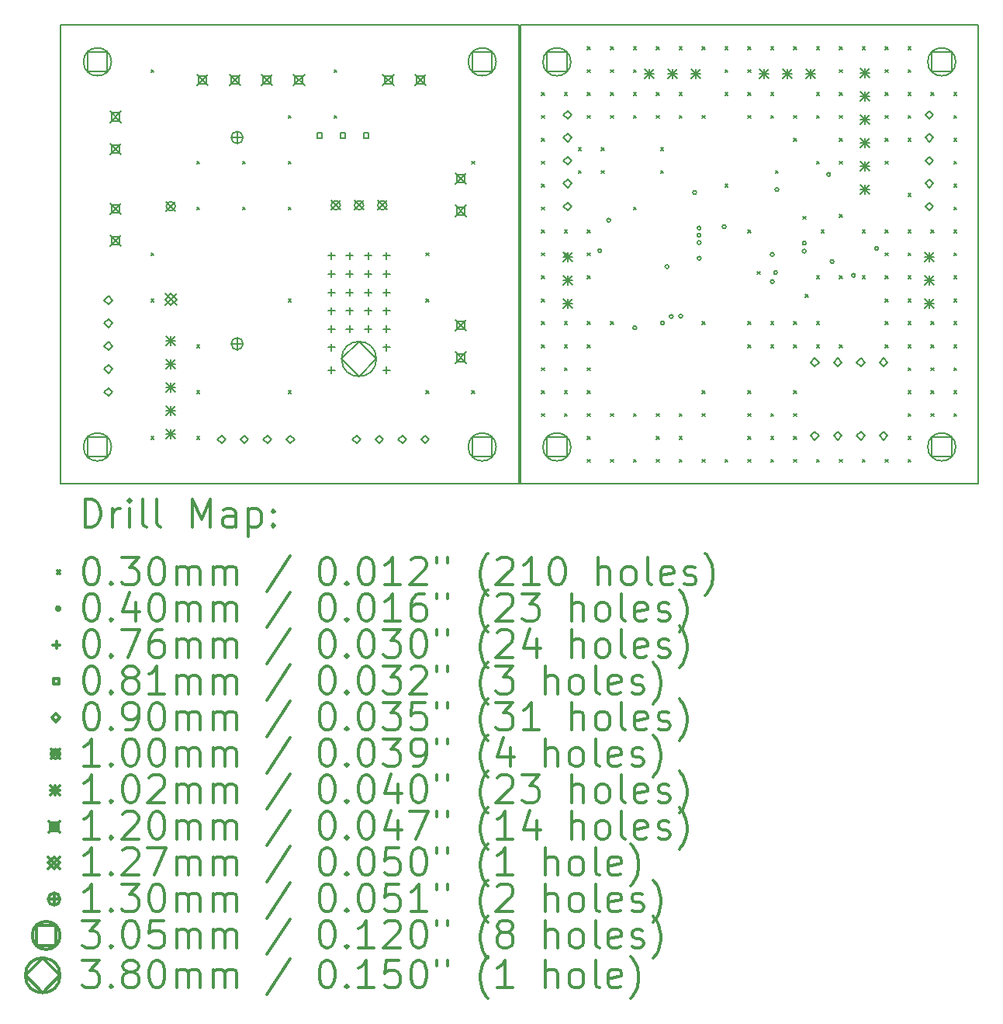
<source format=gbr>
%FSLAX45Y45*%
G04 Gerber Fmt 4.5, Leading zero omitted, Abs format (unit mm)*
G04 Created by KiCad (PCBNEW 4.0.5) date Thu Feb 16 15:30:19 2017*
%MOMM*%
%LPD*%
G01*
G04 APERTURE LIST*
%ADD10C,0.127000*%
%ADD11C,0.150000*%
%ADD12C,0.200000*%
%ADD13C,0.300000*%
G04 APERTURE END LIST*
D10*
D11*
X15000000Y-5000000D02*
X10000000Y-5000000D01*
X15000000Y-10000000D02*
X15000000Y-5000000D01*
X10000000Y-10000000D02*
X15000000Y-10000000D01*
X10000000Y-5000000D02*
X10000000Y-10000000D01*
X15015000Y-10000000D02*
X20015000Y-10000000D01*
X15015000Y-5000000D02*
X15015000Y-10000000D01*
X20015000Y-5000000D02*
X15015000Y-5000000D01*
X20015000Y-10000000D02*
X20015000Y-5000000D01*
D12*
X10985000Y-5485000D02*
X11015000Y-5515000D01*
X11015000Y-5485000D02*
X10985000Y-5515000D01*
X10985000Y-7485000D02*
X11015000Y-7515000D01*
X11015000Y-7485000D02*
X10985000Y-7515000D01*
X10985000Y-7985000D02*
X11015000Y-8015000D01*
X11015000Y-7985000D02*
X10985000Y-8015000D01*
X10985000Y-9485000D02*
X11015000Y-9515000D01*
X11015000Y-9485000D02*
X10985000Y-9515000D01*
X11485000Y-6485000D02*
X11515000Y-6515000D01*
X11515000Y-6485000D02*
X11485000Y-6515000D01*
X11485000Y-6985000D02*
X11515000Y-7015000D01*
X11515000Y-6985000D02*
X11485000Y-7015000D01*
X11485000Y-8485000D02*
X11515000Y-8515000D01*
X11515000Y-8485000D02*
X11485000Y-8515000D01*
X11485000Y-8985000D02*
X11515000Y-9015000D01*
X11515000Y-8985000D02*
X11485000Y-9015000D01*
X11485000Y-9485000D02*
X11515000Y-9515000D01*
X11515000Y-9485000D02*
X11485000Y-9515000D01*
X11985000Y-6485000D02*
X12015000Y-6515000D01*
X12015000Y-6485000D02*
X11985000Y-6515000D01*
X11985000Y-6985000D02*
X12015000Y-7015000D01*
X12015000Y-6985000D02*
X11985000Y-7015000D01*
X12485000Y-5985000D02*
X12515000Y-6015000D01*
X12515000Y-5985000D02*
X12485000Y-6015000D01*
X12485000Y-6485000D02*
X12515000Y-6515000D01*
X12515000Y-6485000D02*
X12485000Y-6515000D01*
X12485000Y-6985000D02*
X12515000Y-7015000D01*
X12515000Y-6985000D02*
X12485000Y-7015000D01*
X12485000Y-7985000D02*
X12515000Y-8015000D01*
X12515000Y-7985000D02*
X12485000Y-8015000D01*
X12485000Y-8985000D02*
X12515000Y-9015000D01*
X12515000Y-8985000D02*
X12485000Y-9015000D01*
X12985000Y-5485000D02*
X13015000Y-5515000D01*
X13015000Y-5485000D02*
X12985000Y-5515000D01*
X12985000Y-5985000D02*
X13015000Y-6015000D01*
X13015000Y-5985000D02*
X12985000Y-6015000D01*
X13985000Y-7485000D02*
X14015000Y-7515000D01*
X14015000Y-7485000D02*
X13985000Y-7515000D01*
X13985000Y-7985000D02*
X14015000Y-8015000D01*
X14015000Y-7985000D02*
X13985000Y-8015000D01*
X13985000Y-8985000D02*
X14015000Y-9015000D01*
X14015000Y-8985000D02*
X13985000Y-9015000D01*
X14485000Y-6485000D02*
X14515000Y-6515000D01*
X14515000Y-6485000D02*
X14485000Y-6515000D01*
X14485000Y-8985000D02*
X14515000Y-9015000D01*
X14515000Y-8985000D02*
X14485000Y-9015000D01*
X15250000Y-5735000D02*
X15280000Y-5765000D01*
X15280000Y-5735000D02*
X15250000Y-5765000D01*
X15250000Y-5985000D02*
X15280000Y-6015000D01*
X15280000Y-5985000D02*
X15250000Y-6015000D01*
X15250000Y-6235000D02*
X15280000Y-6265000D01*
X15280000Y-6235000D02*
X15250000Y-6265000D01*
X15250000Y-6485000D02*
X15280000Y-6515000D01*
X15280000Y-6485000D02*
X15250000Y-6515000D01*
X15250000Y-6735000D02*
X15280000Y-6765000D01*
X15280000Y-6735000D02*
X15250000Y-6765000D01*
X15250000Y-6985000D02*
X15280000Y-7015000D01*
X15280000Y-6985000D02*
X15250000Y-7015000D01*
X15250000Y-7235000D02*
X15280000Y-7265000D01*
X15280000Y-7235000D02*
X15250000Y-7265000D01*
X15250000Y-7485000D02*
X15280000Y-7515000D01*
X15280000Y-7485000D02*
X15250000Y-7515000D01*
X15250000Y-7735000D02*
X15280000Y-7765000D01*
X15280000Y-7735000D02*
X15250000Y-7765000D01*
X15250000Y-7985000D02*
X15280000Y-8015000D01*
X15280000Y-7985000D02*
X15250000Y-8015000D01*
X15250000Y-8235000D02*
X15280000Y-8265000D01*
X15280000Y-8235000D02*
X15250000Y-8265000D01*
X15250000Y-8485000D02*
X15280000Y-8515000D01*
X15280000Y-8485000D02*
X15250000Y-8515000D01*
X15250000Y-8735000D02*
X15280000Y-8765000D01*
X15280000Y-8735000D02*
X15250000Y-8765000D01*
X15250000Y-8985000D02*
X15280000Y-9015000D01*
X15280000Y-8985000D02*
X15250000Y-9015000D01*
X15250000Y-9235000D02*
X15280000Y-9265000D01*
X15280000Y-9235000D02*
X15250000Y-9265000D01*
X15500000Y-5735000D02*
X15530000Y-5765000D01*
X15530000Y-5735000D02*
X15500000Y-5765000D01*
X15500000Y-7235000D02*
X15530000Y-7265000D01*
X15530000Y-7235000D02*
X15500000Y-7265000D01*
X15500000Y-7485000D02*
X15530000Y-7515000D01*
X15530000Y-7485000D02*
X15500000Y-7515000D01*
X15500000Y-8235000D02*
X15530000Y-8265000D01*
X15530000Y-8235000D02*
X15500000Y-8265000D01*
X15500000Y-8485000D02*
X15530000Y-8515000D01*
X15530000Y-8485000D02*
X15500000Y-8515000D01*
X15500000Y-8735000D02*
X15530000Y-8765000D01*
X15530000Y-8735000D02*
X15500000Y-8765000D01*
X15500000Y-8985000D02*
X15530000Y-9015000D01*
X15530000Y-8985000D02*
X15500000Y-9015000D01*
X15500000Y-9235000D02*
X15530000Y-9265000D01*
X15530000Y-9235000D02*
X15500000Y-9265000D01*
X15650000Y-6335000D02*
X15680000Y-6365000D01*
X15680000Y-6335000D02*
X15650000Y-6365000D01*
X15650000Y-6585000D02*
X15680000Y-6615000D01*
X15680000Y-6585000D02*
X15650000Y-6615000D01*
X15750000Y-5235000D02*
X15780000Y-5265000D01*
X15780000Y-5235000D02*
X15750000Y-5265000D01*
X15750000Y-5485000D02*
X15780000Y-5515000D01*
X15780000Y-5485000D02*
X15750000Y-5515000D01*
X15750000Y-5735000D02*
X15780000Y-5765000D01*
X15780000Y-5735000D02*
X15750000Y-5765000D01*
X15750000Y-5985000D02*
X15780000Y-6015000D01*
X15780000Y-5985000D02*
X15750000Y-6015000D01*
X15750000Y-7235000D02*
X15780000Y-7265000D01*
X15780000Y-7235000D02*
X15750000Y-7265000D01*
X15750000Y-7485000D02*
X15780000Y-7515000D01*
X15780000Y-7485000D02*
X15750000Y-7515000D01*
X15750000Y-7735000D02*
X15780000Y-7765000D01*
X15780000Y-7735000D02*
X15750000Y-7765000D01*
X15750000Y-8235000D02*
X15780000Y-8265000D01*
X15780000Y-8235000D02*
X15750000Y-8265000D01*
X15750000Y-8485000D02*
X15780000Y-8515000D01*
X15780000Y-8485000D02*
X15750000Y-8515000D01*
X15750000Y-8735000D02*
X15780000Y-8765000D01*
X15780000Y-8735000D02*
X15750000Y-8765000D01*
X15750000Y-8985000D02*
X15780000Y-9015000D01*
X15780000Y-8985000D02*
X15750000Y-9015000D01*
X15750000Y-9235000D02*
X15780000Y-9265000D01*
X15780000Y-9235000D02*
X15750000Y-9265000D01*
X15750000Y-9485000D02*
X15780000Y-9515000D01*
X15780000Y-9485000D02*
X15750000Y-9515000D01*
X15750000Y-9735000D02*
X15780000Y-9765000D01*
X15780000Y-9735000D02*
X15750000Y-9765000D01*
X15900000Y-6335000D02*
X15930000Y-6365000D01*
X15930000Y-6335000D02*
X15900000Y-6365000D01*
X15900000Y-6585000D02*
X15930000Y-6615000D01*
X15930000Y-6585000D02*
X15900000Y-6615000D01*
X16000000Y-5235000D02*
X16030000Y-5265000D01*
X16030000Y-5235000D02*
X16000000Y-5265000D01*
X16000000Y-5485000D02*
X16030000Y-5515000D01*
X16030000Y-5485000D02*
X16000000Y-5515000D01*
X16000000Y-5735000D02*
X16030000Y-5765000D01*
X16030000Y-5735000D02*
X16000000Y-5765000D01*
X16000000Y-5985000D02*
X16030000Y-6015000D01*
X16030000Y-5985000D02*
X16000000Y-6015000D01*
X16000000Y-8235000D02*
X16030000Y-8265000D01*
X16030000Y-8235000D02*
X16000000Y-8265000D01*
X16000000Y-9235000D02*
X16030000Y-9265000D01*
X16030000Y-9235000D02*
X16000000Y-9265000D01*
X16000000Y-9735000D02*
X16030000Y-9765000D01*
X16030000Y-9735000D02*
X16000000Y-9765000D01*
X16250000Y-5235000D02*
X16280000Y-5265000D01*
X16280000Y-5235000D02*
X16250000Y-5265000D01*
X16250000Y-5485000D02*
X16280000Y-5515000D01*
X16280000Y-5485000D02*
X16250000Y-5515000D01*
X16250000Y-5735000D02*
X16280000Y-5765000D01*
X16280000Y-5735000D02*
X16250000Y-5765000D01*
X16250000Y-5985000D02*
X16280000Y-6015000D01*
X16280000Y-5985000D02*
X16250000Y-6015000D01*
X16250000Y-6985000D02*
X16280000Y-7015000D01*
X16280000Y-6985000D02*
X16250000Y-7015000D01*
X16250000Y-9235000D02*
X16280000Y-9265000D01*
X16280000Y-9235000D02*
X16250000Y-9265000D01*
X16250000Y-9735000D02*
X16280000Y-9765000D01*
X16280000Y-9735000D02*
X16250000Y-9765000D01*
X16500000Y-5235000D02*
X16530000Y-5265000D01*
X16530000Y-5235000D02*
X16500000Y-5265000D01*
X16500000Y-5735000D02*
X16530000Y-5765000D01*
X16530000Y-5735000D02*
X16500000Y-5765000D01*
X16500000Y-5985000D02*
X16530000Y-6015000D01*
X16530000Y-5985000D02*
X16500000Y-6015000D01*
X16500000Y-9235000D02*
X16530000Y-9265000D01*
X16530000Y-9235000D02*
X16500000Y-9265000D01*
X16500000Y-9485000D02*
X16530000Y-9515000D01*
X16530000Y-9485000D02*
X16500000Y-9515000D01*
X16500000Y-9735000D02*
X16530000Y-9765000D01*
X16530000Y-9735000D02*
X16500000Y-9765000D01*
X16550000Y-6335000D02*
X16580000Y-6365000D01*
X16580000Y-6335000D02*
X16550000Y-6365000D01*
X16550000Y-6585000D02*
X16580000Y-6615000D01*
X16580000Y-6585000D02*
X16550000Y-6615000D01*
X16750000Y-5235000D02*
X16780000Y-5265000D01*
X16780000Y-5235000D02*
X16750000Y-5265000D01*
X16750000Y-5735000D02*
X16780000Y-5765000D01*
X16780000Y-5735000D02*
X16750000Y-5765000D01*
X16750000Y-5985000D02*
X16780000Y-6015000D01*
X16780000Y-5985000D02*
X16750000Y-6015000D01*
X16750000Y-9235000D02*
X16780000Y-9265000D01*
X16780000Y-9235000D02*
X16750000Y-9265000D01*
X16750000Y-9485000D02*
X16780000Y-9515000D01*
X16780000Y-9485000D02*
X16750000Y-9515000D01*
X16750000Y-9735000D02*
X16780000Y-9765000D01*
X16780000Y-9735000D02*
X16750000Y-9765000D01*
X17000000Y-5235000D02*
X17030000Y-5265000D01*
X17030000Y-5235000D02*
X17000000Y-5265000D01*
X17000000Y-5985000D02*
X17030000Y-6015000D01*
X17030000Y-5985000D02*
X17000000Y-6015000D01*
X17000000Y-8235000D02*
X17030000Y-8265000D01*
X17030000Y-8235000D02*
X17000000Y-8265000D01*
X17000000Y-8985000D02*
X17030000Y-9015000D01*
X17030000Y-8985000D02*
X17000000Y-9015000D01*
X17000000Y-9235000D02*
X17030000Y-9265000D01*
X17030000Y-9235000D02*
X17000000Y-9265000D01*
X17000000Y-9735000D02*
X17030000Y-9765000D01*
X17030000Y-9735000D02*
X17000000Y-9765000D01*
X17250000Y-5235000D02*
X17280000Y-5265000D01*
X17280000Y-5235000D02*
X17250000Y-5265000D01*
X17250000Y-5485000D02*
X17280000Y-5515000D01*
X17280000Y-5485000D02*
X17250000Y-5515000D01*
X17250000Y-5735000D02*
X17280000Y-5765000D01*
X17280000Y-5735000D02*
X17250000Y-5765000D01*
X17250000Y-6735000D02*
X17280000Y-6765000D01*
X17280000Y-6735000D02*
X17250000Y-6765000D01*
X17250000Y-9735000D02*
X17280000Y-9765000D01*
X17280000Y-9735000D02*
X17250000Y-9765000D01*
X17500000Y-5235000D02*
X17530000Y-5265000D01*
X17530000Y-5235000D02*
X17500000Y-5265000D01*
X17500000Y-5485000D02*
X17530000Y-5515000D01*
X17530000Y-5485000D02*
X17500000Y-5515000D01*
X17500000Y-5735000D02*
X17530000Y-5765000D01*
X17530000Y-5735000D02*
X17500000Y-5765000D01*
X17500000Y-5985000D02*
X17530000Y-6015000D01*
X17530000Y-5985000D02*
X17500000Y-6015000D01*
X17500000Y-7235000D02*
X17530000Y-7265000D01*
X17530000Y-7235000D02*
X17500000Y-7265000D01*
X17500000Y-8235000D02*
X17530000Y-8265000D01*
X17530000Y-8235000D02*
X17500000Y-8265000D01*
X17500000Y-8485000D02*
X17530000Y-8515000D01*
X17530000Y-8485000D02*
X17500000Y-8515000D01*
X17500000Y-8985000D02*
X17530000Y-9015000D01*
X17530000Y-8985000D02*
X17500000Y-9015000D01*
X17500000Y-9235000D02*
X17530000Y-9265000D01*
X17530000Y-9235000D02*
X17500000Y-9265000D01*
X17500000Y-9485000D02*
X17530000Y-9515000D01*
X17530000Y-9485000D02*
X17500000Y-9515000D01*
X17500000Y-9735000D02*
X17530000Y-9765000D01*
X17530000Y-9735000D02*
X17500000Y-9765000D01*
X17600000Y-7685000D02*
X17630000Y-7715000D01*
X17630000Y-7685000D02*
X17600000Y-7715000D01*
X17750000Y-5235000D02*
X17780000Y-5265000D01*
X17780000Y-5235000D02*
X17750000Y-5265000D01*
X17750000Y-5735000D02*
X17780000Y-5765000D01*
X17780000Y-5735000D02*
X17750000Y-5765000D01*
X17750000Y-5985000D02*
X17780000Y-6015000D01*
X17780000Y-5985000D02*
X17750000Y-6015000D01*
X17750000Y-8235000D02*
X17780000Y-8265000D01*
X17780000Y-8235000D02*
X17750000Y-8265000D01*
X17750000Y-8485000D02*
X17780000Y-8515000D01*
X17780000Y-8485000D02*
X17750000Y-8515000D01*
X17750000Y-9235000D02*
X17780000Y-9265000D01*
X17780000Y-9235000D02*
X17750000Y-9265000D01*
X17750000Y-9485000D02*
X17780000Y-9515000D01*
X17780000Y-9485000D02*
X17750000Y-9515000D01*
X17750000Y-9735000D02*
X17780000Y-9765000D01*
X17780000Y-9735000D02*
X17750000Y-9765000D01*
X17800000Y-6585000D02*
X17830000Y-6615000D01*
X17830000Y-6585000D02*
X17800000Y-6615000D01*
X18000000Y-5235000D02*
X18030000Y-5265000D01*
X18030000Y-5235000D02*
X18000000Y-5265000D01*
X18000000Y-5985000D02*
X18030000Y-6015000D01*
X18030000Y-5985000D02*
X18000000Y-6015000D01*
X18000000Y-6235000D02*
X18030000Y-6265000D01*
X18030000Y-6235000D02*
X18000000Y-6265000D01*
X18000000Y-8235000D02*
X18030000Y-8265000D01*
X18030000Y-8235000D02*
X18000000Y-8265000D01*
X18000000Y-8485000D02*
X18030000Y-8515000D01*
X18030000Y-8485000D02*
X18000000Y-8515000D01*
X18000000Y-8985000D02*
X18030000Y-9015000D01*
X18030000Y-8985000D02*
X18000000Y-9015000D01*
X18000000Y-9235000D02*
X18030000Y-9265000D01*
X18030000Y-9235000D02*
X18000000Y-9265000D01*
X18000000Y-9485000D02*
X18030000Y-9515000D01*
X18030000Y-9485000D02*
X18000000Y-9515000D01*
X18000000Y-9735000D02*
X18030000Y-9765000D01*
X18030000Y-9735000D02*
X18000000Y-9765000D01*
X18100000Y-7085000D02*
X18130000Y-7115000D01*
X18130000Y-7085000D02*
X18100000Y-7115000D01*
X18125000Y-7935000D02*
X18155000Y-7965000D01*
X18155000Y-7935000D02*
X18125000Y-7965000D01*
X18250000Y-5235000D02*
X18280000Y-5265000D01*
X18280000Y-5235000D02*
X18250000Y-5265000D01*
X18250000Y-5735000D02*
X18280000Y-5765000D01*
X18280000Y-5735000D02*
X18250000Y-5765000D01*
X18250000Y-5985000D02*
X18280000Y-6015000D01*
X18280000Y-5985000D02*
X18250000Y-6015000D01*
X18250000Y-6485000D02*
X18280000Y-6515000D01*
X18280000Y-6485000D02*
X18250000Y-6515000D01*
X18250000Y-7735000D02*
X18280000Y-7765000D01*
X18280000Y-7735000D02*
X18250000Y-7765000D01*
X18250000Y-8235000D02*
X18280000Y-8265000D01*
X18280000Y-8235000D02*
X18250000Y-8265000D01*
X18250000Y-8485000D02*
X18280000Y-8515000D01*
X18280000Y-8485000D02*
X18250000Y-8515000D01*
X18250000Y-9735000D02*
X18280000Y-9765000D01*
X18280000Y-9735000D02*
X18250000Y-9765000D01*
X18300000Y-7235000D02*
X18330000Y-7265000D01*
X18330000Y-7235000D02*
X18300000Y-7265000D01*
X18500000Y-5235000D02*
X18530000Y-5265000D01*
X18530000Y-5235000D02*
X18500000Y-5265000D01*
X18500000Y-5485000D02*
X18530000Y-5515000D01*
X18530000Y-5485000D02*
X18500000Y-5515000D01*
X18500000Y-5735000D02*
X18530000Y-5765000D01*
X18530000Y-5735000D02*
X18500000Y-5765000D01*
X18500000Y-5985000D02*
X18530000Y-6015000D01*
X18530000Y-5985000D02*
X18500000Y-6015000D01*
X18500000Y-6235000D02*
X18530000Y-6265000D01*
X18530000Y-6235000D02*
X18500000Y-6265000D01*
X18500000Y-6485000D02*
X18530000Y-6515000D01*
X18530000Y-6485000D02*
X18500000Y-6515000D01*
X18500000Y-7065000D02*
X18530000Y-7095000D01*
X18530000Y-7065000D02*
X18500000Y-7095000D01*
X18500000Y-7735000D02*
X18530000Y-7765000D01*
X18530000Y-7735000D02*
X18500000Y-7765000D01*
X18500000Y-8485000D02*
X18530000Y-8515000D01*
X18530000Y-8485000D02*
X18500000Y-8515000D01*
X18500000Y-9735000D02*
X18530000Y-9765000D01*
X18530000Y-9735000D02*
X18500000Y-9765000D01*
X18750000Y-5235000D02*
X18780000Y-5265000D01*
X18780000Y-5235000D02*
X18750000Y-5265000D01*
X18750000Y-7235000D02*
X18780000Y-7265000D01*
X18780000Y-7235000D02*
X18750000Y-7265000D01*
X18750000Y-7735000D02*
X18780000Y-7765000D01*
X18780000Y-7735000D02*
X18750000Y-7765000D01*
X18750000Y-9735000D02*
X18780000Y-9765000D01*
X18780000Y-9735000D02*
X18750000Y-9765000D01*
X19000000Y-5235000D02*
X19030000Y-5265000D01*
X19030000Y-5235000D02*
X19000000Y-5265000D01*
X19000000Y-5485000D02*
X19030000Y-5515000D01*
X19030000Y-5485000D02*
X19000000Y-5515000D01*
X19000000Y-5735000D02*
X19030000Y-5765000D01*
X19030000Y-5735000D02*
X19000000Y-5765000D01*
X19000000Y-5985000D02*
X19030000Y-6015000D01*
X19030000Y-5985000D02*
X19000000Y-6015000D01*
X19000000Y-6235000D02*
X19030000Y-6265000D01*
X19030000Y-6235000D02*
X19000000Y-6265000D01*
X19000000Y-6485000D02*
X19030000Y-6515000D01*
X19030000Y-6485000D02*
X19000000Y-6515000D01*
X19000000Y-7235000D02*
X19030000Y-7265000D01*
X19030000Y-7235000D02*
X19000000Y-7265000D01*
X19000000Y-7485000D02*
X19030000Y-7515000D01*
X19030000Y-7485000D02*
X19000000Y-7515000D01*
X19000000Y-7735000D02*
X19030000Y-7765000D01*
X19030000Y-7735000D02*
X19000000Y-7765000D01*
X19000000Y-7985000D02*
X19030000Y-8015000D01*
X19030000Y-7985000D02*
X19000000Y-8015000D01*
X19000000Y-8235000D02*
X19030000Y-8265000D01*
X19030000Y-8235000D02*
X19000000Y-8265000D01*
X19000000Y-8485000D02*
X19030000Y-8515000D01*
X19030000Y-8485000D02*
X19000000Y-8515000D01*
X19000000Y-9735000D02*
X19030000Y-9765000D01*
X19030000Y-9735000D02*
X19000000Y-9765000D01*
X19250000Y-5235000D02*
X19280000Y-5265000D01*
X19280000Y-5235000D02*
X19250000Y-5265000D01*
X19250000Y-5485000D02*
X19280000Y-5515000D01*
X19280000Y-5485000D02*
X19250000Y-5515000D01*
X19250000Y-5735000D02*
X19280000Y-5765000D01*
X19280000Y-5735000D02*
X19250000Y-5765000D01*
X19250000Y-5985000D02*
X19280000Y-6015000D01*
X19280000Y-5985000D02*
X19250000Y-6015000D01*
X19250000Y-6235000D02*
X19280000Y-6265000D01*
X19280000Y-6235000D02*
X19250000Y-6265000D01*
X19250000Y-6835000D02*
X19280000Y-6865000D01*
X19280000Y-6835000D02*
X19250000Y-6865000D01*
X19250000Y-7235000D02*
X19280000Y-7265000D01*
X19280000Y-7235000D02*
X19250000Y-7265000D01*
X19250000Y-7485000D02*
X19280000Y-7515000D01*
X19280000Y-7485000D02*
X19250000Y-7515000D01*
X19250000Y-7735000D02*
X19280000Y-7765000D01*
X19280000Y-7735000D02*
X19250000Y-7765000D01*
X19250000Y-7985000D02*
X19280000Y-8015000D01*
X19280000Y-7985000D02*
X19250000Y-8015000D01*
X19250000Y-8235000D02*
X19280000Y-8265000D01*
X19280000Y-8235000D02*
X19250000Y-8265000D01*
X19250000Y-8485000D02*
X19280000Y-8515000D01*
X19280000Y-8485000D02*
X19250000Y-8515000D01*
X19250000Y-8735000D02*
X19280000Y-8765000D01*
X19280000Y-8735000D02*
X19250000Y-8765000D01*
X19250000Y-8985000D02*
X19280000Y-9015000D01*
X19280000Y-8985000D02*
X19250000Y-9015000D01*
X19250000Y-9235000D02*
X19280000Y-9265000D01*
X19280000Y-9235000D02*
X19250000Y-9265000D01*
X19250000Y-9485000D02*
X19280000Y-9515000D01*
X19280000Y-9485000D02*
X19250000Y-9515000D01*
X19250000Y-9735000D02*
X19280000Y-9765000D01*
X19280000Y-9735000D02*
X19250000Y-9765000D01*
X19500000Y-5735000D02*
X19530000Y-5765000D01*
X19530000Y-5735000D02*
X19500000Y-5765000D01*
X19500000Y-7235000D02*
X19530000Y-7265000D01*
X19530000Y-7235000D02*
X19500000Y-7265000D01*
X19500000Y-8235000D02*
X19530000Y-8265000D01*
X19530000Y-8235000D02*
X19500000Y-8265000D01*
X19500000Y-8485000D02*
X19530000Y-8515000D01*
X19530000Y-8485000D02*
X19500000Y-8515000D01*
X19500000Y-8735000D02*
X19530000Y-8765000D01*
X19530000Y-8735000D02*
X19500000Y-8765000D01*
X19500000Y-8985000D02*
X19530000Y-9015000D01*
X19530000Y-8985000D02*
X19500000Y-9015000D01*
X19500000Y-9235000D02*
X19530000Y-9265000D01*
X19530000Y-9235000D02*
X19500000Y-9265000D01*
X19750000Y-5735000D02*
X19780000Y-5765000D01*
X19780000Y-5735000D02*
X19750000Y-5765000D01*
X19750000Y-5985000D02*
X19780000Y-6015000D01*
X19780000Y-5985000D02*
X19750000Y-6015000D01*
X19750000Y-6235000D02*
X19780000Y-6265000D01*
X19780000Y-6235000D02*
X19750000Y-6265000D01*
X19750000Y-6485000D02*
X19780000Y-6515000D01*
X19780000Y-6485000D02*
X19750000Y-6515000D01*
X19750000Y-6735000D02*
X19780000Y-6765000D01*
X19780000Y-6735000D02*
X19750000Y-6765000D01*
X19750000Y-6985000D02*
X19780000Y-7015000D01*
X19780000Y-6985000D02*
X19750000Y-7015000D01*
X19750000Y-7235000D02*
X19780000Y-7265000D01*
X19780000Y-7235000D02*
X19750000Y-7265000D01*
X19750000Y-7485000D02*
X19780000Y-7515000D01*
X19780000Y-7485000D02*
X19750000Y-7515000D01*
X19750000Y-7735000D02*
X19780000Y-7765000D01*
X19780000Y-7735000D02*
X19750000Y-7765000D01*
X19750000Y-7985000D02*
X19780000Y-8015000D01*
X19780000Y-7985000D02*
X19750000Y-8015000D01*
X19750000Y-8235000D02*
X19780000Y-8265000D01*
X19780000Y-8235000D02*
X19750000Y-8265000D01*
X19750000Y-8485000D02*
X19780000Y-8515000D01*
X19780000Y-8485000D02*
X19750000Y-8515000D01*
X19750000Y-8735000D02*
X19780000Y-8765000D01*
X19780000Y-8735000D02*
X19750000Y-8765000D01*
X19750000Y-8985000D02*
X19780000Y-9015000D01*
X19780000Y-8985000D02*
X19750000Y-9015000D01*
X19750000Y-9235000D02*
X19780000Y-9265000D01*
X19780000Y-9235000D02*
X19750000Y-9265000D01*
X15901000Y-7458000D02*
G75*
G03X15901000Y-7458000I-20000J0D01*
G01*
X16001000Y-7128000D02*
G75*
G03X16001000Y-7128000I-20000J0D01*
G01*
X16285000Y-8300000D02*
G75*
G03X16285000Y-8300000I-20000J0D01*
G01*
X16588047Y-8248717D02*
G75*
G03X16588047Y-8248717I-20000J0D01*
G01*
X16636668Y-7633817D02*
G75*
G03X16636668Y-7633817I-20000J0D01*
G01*
X16683475Y-8176874D02*
G75*
G03X16683475Y-8176874I-20000J0D01*
G01*
X16785813Y-8173153D02*
G75*
G03X16785813Y-8173153I-20000J0D01*
G01*
X16937501Y-6824999D02*
G75*
G03X16937501Y-6824999I-20000J0D01*
G01*
X16986069Y-7292274D02*
G75*
G03X16986069Y-7292274I-20000J0D01*
G01*
X16986655Y-7212275D02*
G75*
G03X16986655Y-7212275I-20000J0D01*
G01*
X16987292Y-7372275D02*
G75*
G03X16987292Y-7372275I-20000J0D01*
G01*
X16988224Y-7542629D02*
G75*
G03X16988224Y-7542629I-20000J0D01*
G01*
X17261000Y-7198000D02*
G75*
G03X17261000Y-7198000I-20000J0D01*
G01*
X17785801Y-7500589D02*
G75*
G03X17785801Y-7500589I-20000J0D01*
G01*
X17786000Y-7795500D02*
G75*
G03X17786000Y-7795500I-20000J0D01*
G01*
X17821000Y-7698000D02*
G75*
G03X17821000Y-7698000I-20000J0D01*
G01*
X17836188Y-6792711D02*
G75*
G03X17836188Y-6792711I-20000J0D01*
G01*
X18135000Y-7377318D02*
G75*
G03X18135000Y-7377318I-20000J0D01*
G01*
X18135000Y-7464265D02*
G75*
G03X18135000Y-7464265I-20000J0D01*
G01*
X18401000Y-6628000D02*
G75*
G03X18401000Y-6628000I-20000J0D01*
G01*
X18438301Y-7577982D02*
G75*
G03X18438301Y-7577982I-20000J0D01*
G01*
X18671994Y-7729193D02*
G75*
G03X18671994Y-7729193I-20000J0D01*
G01*
X18924055Y-7434015D02*
G75*
G03X18924055Y-7434015I-20000J0D01*
G01*
X12955000Y-7475500D02*
X12955000Y-7551700D01*
X12916900Y-7513600D02*
X12993100Y-7513600D01*
X12955000Y-7675500D02*
X12955000Y-7751700D01*
X12916900Y-7713600D02*
X12993100Y-7713600D01*
X12955000Y-7875500D02*
X12955000Y-7951700D01*
X12916900Y-7913600D02*
X12993100Y-7913600D01*
X12955000Y-8075500D02*
X12955000Y-8151700D01*
X12916900Y-8113600D02*
X12993100Y-8113600D01*
X12955000Y-8275500D02*
X12955000Y-8351700D01*
X12916900Y-8313600D02*
X12993100Y-8313600D01*
X12955000Y-8475500D02*
X12955000Y-8551700D01*
X12916900Y-8513600D02*
X12993100Y-8513600D01*
X12955000Y-8725500D02*
X12955000Y-8801700D01*
X12916900Y-8763600D02*
X12993100Y-8763600D01*
X13155000Y-7475500D02*
X13155000Y-7551700D01*
X13116900Y-7513600D02*
X13193100Y-7513600D01*
X13155000Y-7675500D02*
X13155000Y-7751700D01*
X13116900Y-7713600D02*
X13193100Y-7713600D01*
X13155000Y-7875500D02*
X13155000Y-7951700D01*
X13116900Y-7913600D02*
X13193100Y-7913600D01*
X13155000Y-8075500D02*
X13155000Y-8151700D01*
X13116900Y-8113600D02*
X13193100Y-8113600D01*
X13155000Y-8275500D02*
X13155000Y-8351700D01*
X13116900Y-8313600D02*
X13193100Y-8313600D01*
X13355000Y-7475500D02*
X13355000Y-7551700D01*
X13316900Y-7513600D02*
X13393100Y-7513600D01*
X13355000Y-7675500D02*
X13355000Y-7751700D01*
X13316900Y-7713600D02*
X13393100Y-7713600D01*
X13355000Y-7875500D02*
X13355000Y-7951700D01*
X13316900Y-7913600D02*
X13393100Y-7913600D01*
X13355000Y-8075500D02*
X13355000Y-8151700D01*
X13316900Y-8113600D02*
X13393100Y-8113600D01*
X13355000Y-8275500D02*
X13355000Y-8351700D01*
X13316900Y-8313600D02*
X13393100Y-8313600D01*
X13555000Y-7475500D02*
X13555000Y-7551700D01*
X13516900Y-7513600D02*
X13593100Y-7513600D01*
X13555000Y-7675500D02*
X13555000Y-7751700D01*
X13516900Y-7713600D02*
X13593100Y-7713600D01*
X13555000Y-7875500D02*
X13555000Y-7951700D01*
X13516900Y-7913600D02*
X13593100Y-7913600D01*
X13555000Y-8075500D02*
X13555000Y-8151700D01*
X13516900Y-8113600D02*
X13593100Y-8113600D01*
X13555000Y-8275500D02*
X13555000Y-8351700D01*
X13516900Y-8313600D02*
X13593100Y-8313600D01*
X13555000Y-8475500D02*
X13555000Y-8551700D01*
X13516900Y-8513600D02*
X13593100Y-8513600D01*
X13555000Y-8725500D02*
X13555000Y-8801700D01*
X13516900Y-8763600D02*
X13593100Y-8763600D01*
X12853737Y-6228737D02*
X12853737Y-6171263D01*
X12796263Y-6171263D01*
X12796263Y-6228737D01*
X12853737Y-6228737D01*
X13107737Y-6228737D02*
X13107737Y-6171263D01*
X13050263Y-6171263D01*
X13050263Y-6228737D01*
X13107737Y-6228737D01*
X13361737Y-6228737D02*
X13361737Y-6171263D01*
X13304263Y-6171263D01*
X13304263Y-6228737D01*
X13361737Y-6228737D01*
X10520000Y-8045000D02*
X10565000Y-8000000D01*
X10520000Y-7955000D01*
X10475000Y-8000000D01*
X10520000Y-8045000D01*
X10520000Y-8295000D02*
X10565000Y-8250000D01*
X10520000Y-8205000D01*
X10475000Y-8250000D01*
X10520000Y-8295000D01*
X10520000Y-8545000D02*
X10565000Y-8500000D01*
X10520000Y-8455000D01*
X10475000Y-8500000D01*
X10520000Y-8545000D01*
X10520000Y-8795000D02*
X10565000Y-8750000D01*
X10520000Y-8705000D01*
X10475000Y-8750000D01*
X10520000Y-8795000D01*
X10520000Y-9045000D02*
X10565000Y-9000000D01*
X10520000Y-8955000D01*
X10475000Y-9000000D01*
X10520000Y-9045000D01*
X11755000Y-9562500D02*
X11800000Y-9517500D01*
X11755000Y-9472500D01*
X11710000Y-9517500D01*
X11755000Y-9562500D01*
X12005000Y-9562500D02*
X12050000Y-9517500D01*
X12005000Y-9472500D01*
X11960000Y-9517500D01*
X12005000Y-9562500D01*
X12255000Y-9562500D02*
X12300000Y-9517500D01*
X12255000Y-9472500D01*
X12210000Y-9517500D01*
X12255000Y-9562500D01*
X12505000Y-9562500D02*
X12550000Y-9517500D01*
X12505000Y-9472500D01*
X12460000Y-9517500D01*
X12505000Y-9562500D01*
X13227500Y-9562500D02*
X13272500Y-9517500D01*
X13227500Y-9472500D01*
X13182500Y-9517500D01*
X13227500Y-9562500D01*
X13477500Y-9562500D02*
X13522500Y-9517500D01*
X13477500Y-9472500D01*
X13432500Y-9517500D01*
X13477500Y-9562500D01*
X13727500Y-9562500D02*
X13772500Y-9517500D01*
X13727500Y-9472500D01*
X13682500Y-9517500D01*
X13727500Y-9562500D01*
X13977500Y-9562500D02*
X14022500Y-9517500D01*
X13977500Y-9472500D01*
X13932500Y-9517500D01*
X13977500Y-9562500D01*
X15531000Y-6023000D02*
X15576000Y-5978000D01*
X15531000Y-5933000D01*
X15486000Y-5978000D01*
X15531000Y-6023000D01*
X15531000Y-6273000D02*
X15576000Y-6228000D01*
X15531000Y-6183000D01*
X15486000Y-6228000D01*
X15531000Y-6273000D01*
X15531000Y-6523000D02*
X15576000Y-6478000D01*
X15531000Y-6433000D01*
X15486000Y-6478000D01*
X15531000Y-6523000D01*
X15531000Y-6773000D02*
X15576000Y-6728000D01*
X15531000Y-6683000D01*
X15486000Y-6728000D01*
X15531000Y-6773000D01*
X15531000Y-7023000D02*
X15576000Y-6978000D01*
X15531000Y-6933000D01*
X15486000Y-6978000D01*
X15531000Y-7023000D01*
X18231000Y-8723000D02*
X18276000Y-8678000D01*
X18231000Y-8633000D01*
X18186000Y-8678000D01*
X18231000Y-8723000D01*
X18231000Y-9523000D02*
X18276000Y-9478000D01*
X18231000Y-9433000D01*
X18186000Y-9478000D01*
X18231000Y-9523000D01*
X18481000Y-8723000D02*
X18526000Y-8678000D01*
X18481000Y-8633000D01*
X18436000Y-8678000D01*
X18481000Y-8723000D01*
X18481000Y-9523000D02*
X18526000Y-9478000D01*
X18481000Y-9433000D01*
X18436000Y-9478000D01*
X18481000Y-9523000D01*
X18731000Y-8723000D02*
X18776000Y-8678000D01*
X18731000Y-8633000D01*
X18686000Y-8678000D01*
X18731000Y-8723000D01*
X18731000Y-9523000D02*
X18776000Y-9478000D01*
X18731000Y-9433000D01*
X18686000Y-9478000D01*
X18731000Y-9523000D01*
X18981000Y-8723000D02*
X19026000Y-8678000D01*
X18981000Y-8633000D01*
X18936000Y-8678000D01*
X18981000Y-8723000D01*
X18981000Y-9523000D02*
X19026000Y-9478000D01*
X18981000Y-9433000D01*
X18936000Y-9478000D01*
X18981000Y-9523000D01*
X19481000Y-6023000D02*
X19526000Y-5978000D01*
X19481000Y-5933000D01*
X19436000Y-5978000D01*
X19481000Y-6023000D01*
X19481000Y-6273000D02*
X19526000Y-6228000D01*
X19481000Y-6183000D01*
X19436000Y-6228000D01*
X19481000Y-6273000D01*
X19481000Y-6523000D02*
X19526000Y-6478000D01*
X19481000Y-6433000D01*
X19436000Y-6478000D01*
X19481000Y-6523000D01*
X19481000Y-6773000D02*
X19526000Y-6728000D01*
X19481000Y-6683000D01*
X19436000Y-6728000D01*
X19481000Y-6773000D01*
X19481000Y-7023000D02*
X19526000Y-6978000D01*
X19481000Y-6933000D01*
X19436000Y-6978000D01*
X19481000Y-7023000D01*
X11150724Y-6924962D02*
X11250800Y-7025038D01*
X11250800Y-6924962D02*
X11150724Y-7025038D01*
X11250800Y-6975000D02*
G75*
G03X11250800Y-6975000I-50038J0D01*
G01*
X12950962Y-6913562D02*
X13051038Y-7013638D01*
X13051038Y-6913562D02*
X12950962Y-7013638D01*
X13051038Y-6963600D02*
G75*
G03X13051038Y-6963600I-50038J0D01*
G01*
X13204962Y-6913562D02*
X13305038Y-7013638D01*
X13305038Y-6913562D02*
X13204962Y-7013638D01*
X13305038Y-6963600D02*
G75*
G03X13305038Y-6963600I-50038J0D01*
G01*
X13458962Y-6913562D02*
X13559038Y-7013638D01*
X13559038Y-6913562D02*
X13458962Y-7013638D01*
X13559038Y-6963600D02*
G75*
G03X13559038Y-6963600I-50038J0D01*
G01*
X11149200Y-8395200D02*
X11250800Y-8496800D01*
X11250800Y-8395200D02*
X11149200Y-8496800D01*
X11200000Y-8395200D02*
X11200000Y-8496800D01*
X11149200Y-8446000D02*
X11250800Y-8446000D01*
X11149200Y-8649200D02*
X11250800Y-8750800D01*
X11250800Y-8649200D02*
X11149200Y-8750800D01*
X11200000Y-8649200D02*
X11200000Y-8750800D01*
X11149200Y-8700000D02*
X11250800Y-8700000D01*
X11149200Y-8903200D02*
X11250800Y-9004800D01*
X11250800Y-8903200D02*
X11149200Y-9004800D01*
X11200000Y-8903200D02*
X11200000Y-9004800D01*
X11149200Y-8954000D02*
X11250800Y-8954000D01*
X11149200Y-9157200D02*
X11250800Y-9258800D01*
X11250800Y-9157200D02*
X11149200Y-9258800D01*
X11200000Y-9157200D02*
X11200000Y-9258800D01*
X11149200Y-9208000D02*
X11250800Y-9208000D01*
X11149200Y-9411200D02*
X11250800Y-9512800D01*
X11250800Y-9411200D02*
X11149200Y-9512800D01*
X11200000Y-9411200D02*
X11200000Y-9512800D01*
X11149200Y-9462000D02*
X11250800Y-9462000D01*
X15480200Y-7473200D02*
X15581800Y-7574800D01*
X15581800Y-7473200D02*
X15480200Y-7574800D01*
X15531000Y-7473200D02*
X15531000Y-7574800D01*
X15480200Y-7524000D02*
X15581800Y-7524000D01*
X15480200Y-7727200D02*
X15581800Y-7828800D01*
X15581800Y-7727200D02*
X15480200Y-7828800D01*
X15531000Y-7727200D02*
X15531000Y-7828800D01*
X15480200Y-7778000D02*
X15581800Y-7778000D01*
X15480200Y-7981200D02*
X15581800Y-8082800D01*
X15581800Y-7981200D02*
X15480200Y-8082800D01*
X15531000Y-7981200D02*
X15531000Y-8082800D01*
X15480200Y-8032000D02*
X15581800Y-8032000D01*
X16376200Y-5477200D02*
X16477800Y-5578800D01*
X16477800Y-5477200D02*
X16376200Y-5578800D01*
X16427000Y-5477200D02*
X16427000Y-5578800D01*
X16376200Y-5528000D02*
X16477800Y-5528000D01*
X16630200Y-5477200D02*
X16731800Y-5578800D01*
X16731800Y-5477200D02*
X16630200Y-5578800D01*
X16681000Y-5477200D02*
X16681000Y-5578800D01*
X16630200Y-5528000D02*
X16731800Y-5528000D01*
X16884200Y-5477200D02*
X16985800Y-5578800D01*
X16985800Y-5477200D02*
X16884200Y-5578800D01*
X16935000Y-5477200D02*
X16935000Y-5578800D01*
X16884200Y-5528000D02*
X16985800Y-5528000D01*
X17626200Y-5477200D02*
X17727800Y-5578800D01*
X17727800Y-5477200D02*
X17626200Y-5578800D01*
X17677000Y-5477200D02*
X17677000Y-5578800D01*
X17626200Y-5528000D02*
X17727800Y-5528000D01*
X17880200Y-5477200D02*
X17981800Y-5578800D01*
X17981800Y-5477200D02*
X17880200Y-5578800D01*
X17931000Y-5477200D02*
X17931000Y-5578800D01*
X17880200Y-5528000D02*
X17981800Y-5528000D01*
X18134200Y-5477200D02*
X18235800Y-5578800D01*
X18235800Y-5477200D02*
X18134200Y-5578800D01*
X18185000Y-5477200D02*
X18185000Y-5578800D01*
X18134200Y-5528000D02*
X18235800Y-5528000D01*
X18730200Y-5473200D02*
X18831800Y-5574800D01*
X18831800Y-5473200D02*
X18730200Y-5574800D01*
X18781000Y-5473200D02*
X18781000Y-5574800D01*
X18730200Y-5524000D02*
X18831800Y-5524000D01*
X18730200Y-5727200D02*
X18831800Y-5828800D01*
X18831800Y-5727200D02*
X18730200Y-5828800D01*
X18781000Y-5727200D02*
X18781000Y-5828800D01*
X18730200Y-5778000D02*
X18831800Y-5778000D01*
X18730200Y-5981200D02*
X18831800Y-6082800D01*
X18831800Y-5981200D02*
X18730200Y-6082800D01*
X18781000Y-5981200D02*
X18781000Y-6082800D01*
X18730200Y-6032000D02*
X18831800Y-6032000D01*
X18730200Y-6235200D02*
X18831800Y-6336800D01*
X18831800Y-6235200D02*
X18730200Y-6336800D01*
X18781000Y-6235200D02*
X18781000Y-6336800D01*
X18730200Y-6286000D02*
X18831800Y-6286000D01*
X18730200Y-6489200D02*
X18831800Y-6590800D01*
X18831800Y-6489200D02*
X18730200Y-6590800D01*
X18781000Y-6489200D02*
X18781000Y-6590800D01*
X18730200Y-6540000D02*
X18831800Y-6540000D01*
X18730200Y-6743200D02*
X18831800Y-6844800D01*
X18831800Y-6743200D02*
X18730200Y-6844800D01*
X18781000Y-6743200D02*
X18781000Y-6844800D01*
X18730200Y-6794000D02*
X18831800Y-6794000D01*
X19430200Y-7473200D02*
X19531800Y-7574800D01*
X19531800Y-7473200D02*
X19430200Y-7574800D01*
X19481000Y-7473200D02*
X19481000Y-7574800D01*
X19430200Y-7524000D02*
X19531800Y-7524000D01*
X19430200Y-7727200D02*
X19531800Y-7828800D01*
X19531800Y-7727200D02*
X19430200Y-7828800D01*
X19481000Y-7727200D02*
X19481000Y-7828800D01*
X19430200Y-7778000D02*
X19531800Y-7778000D01*
X19430200Y-7981200D02*
X19531800Y-8082800D01*
X19531800Y-7981200D02*
X19430200Y-8082800D01*
X19481000Y-7981200D02*
X19481000Y-8082800D01*
X19430200Y-8032000D02*
X19531800Y-8032000D01*
X10540000Y-5940000D02*
X10660000Y-6060000D01*
X10660000Y-5940000D02*
X10540000Y-6060000D01*
X10642427Y-6042427D02*
X10642427Y-5957573D01*
X10557573Y-5957573D01*
X10557573Y-6042427D01*
X10642427Y-6042427D01*
X10540000Y-6290000D02*
X10660000Y-6410000D01*
X10660000Y-6290000D02*
X10540000Y-6410000D01*
X10642427Y-6392427D02*
X10642427Y-6307573D01*
X10557573Y-6307573D01*
X10557573Y-6392427D01*
X10642427Y-6392427D01*
X10540000Y-6940000D02*
X10660000Y-7060000D01*
X10660000Y-6940000D02*
X10540000Y-7060000D01*
X10642427Y-7042427D02*
X10642427Y-6957573D01*
X10557573Y-6957573D01*
X10557573Y-7042427D01*
X10642427Y-7042427D01*
X10540000Y-7290000D02*
X10660000Y-7410000D01*
X10660000Y-7290000D02*
X10540000Y-7410000D01*
X10642427Y-7392427D02*
X10642427Y-7307573D01*
X10557573Y-7307573D01*
X10557573Y-7392427D01*
X10642427Y-7392427D01*
X11490000Y-5540000D02*
X11610000Y-5660000D01*
X11610000Y-5540000D02*
X11490000Y-5660000D01*
X11592427Y-5642427D02*
X11592427Y-5557573D01*
X11507573Y-5557573D01*
X11507573Y-5642427D01*
X11592427Y-5642427D01*
X11840000Y-5540000D02*
X11960000Y-5660000D01*
X11960000Y-5540000D02*
X11840000Y-5660000D01*
X11942427Y-5642427D02*
X11942427Y-5557573D01*
X11857573Y-5557573D01*
X11857573Y-5642427D01*
X11942427Y-5642427D01*
X12190000Y-5540000D02*
X12310000Y-5660000D01*
X12310000Y-5540000D02*
X12190000Y-5660000D01*
X12292427Y-5642427D02*
X12292427Y-5557573D01*
X12207573Y-5557573D01*
X12207573Y-5642427D01*
X12292427Y-5642427D01*
X12540000Y-5540000D02*
X12660000Y-5660000D01*
X12660000Y-5540000D02*
X12540000Y-5660000D01*
X12642427Y-5642427D02*
X12642427Y-5557573D01*
X12557573Y-5557573D01*
X12557573Y-5642427D01*
X12642427Y-5642427D01*
X13515000Y-5540000D02*
X13635000Y-5660000D01*
X13635000Y-5540000D02*
X13515000Y-5660000D01*
X13617427Y-5642427D02*
X13617427Y-5557573D01*
X13532573Y-5557573D01*
X13532573Y-5642427D01*
X13617427Y-5642427D01*
X13865000Y-5540000D02*
X13985000Y-5660000D01*
X13985000Y-5540000D02*
X13865000Y-5660000D01*
X13967427Y-5642427D02*
X13967427Y-5557573D01*
X13882573Y-5557573D01*
X13882573Y-5642427D01*
X13967427Y-5642427D01*
X14305000Y-6615000D02*
X14425000Y-6735000D01*
X14425000Y-6615000D02*
X14305000Y-6735000D01*
X14407427Y-6717427D02*
X14407427Y-6632573D01*
X14322573Y-6632573D01*
X14322573Y-6717427D01*
X14407427Y-6717427D01*
X14305000Y-6965000D02*
X14425000Y-7085000D01*
X14425000Y-6965000D02*
X14305000Y-7085000D01*
X14407427Y-7067427D02*
X14407427Y-6982573D01*
X14322573Y-6982573D01*
X14322573Y-7067427D01*
X14407427Y-7067427D01*
X14305000Y-8215000D02*
X14425000Y-8335000D01*
X14425000Y-8215000D02*
X14305000Y-8335000D01*
X14407427Y-8317427D02*
X14407427Y-8232573D01*
X14322573Y-8232573D01*
X14322573Y-8317427D01*
X14407427Y-8317427D01*
X14305000Y-8565000D02*
X14425000Y-8685000D01*
X14425000Y-8565000D02*
X14305000Y-8685000D01*
X14407427Y-8667427D02*
X14407427Y-8582573D01*
X14322573Y-8582573D01*
X14322573Y-8667427D01*
X14407427Y-8667427D01*
X11137262Y-7927500D02*
X11264262Y-8054500D01*
X11264262Y-7927500D02*
X11137262Y-8054500D01*
X11200762Y-8054500D02*
X11264262Y-7991000D01*
X11200762Y-7927500D01*
X11137262Y-7991000D01*
X11200762Y-8054500D01*
X11925000Y-6160000D02*
X11925000Y-6290000D01*
X11860000Y-6225000D02*
X11990000Y-6225000D01*
X11990000Y-6225000D02*
G75*
G03X11990000Y-6225000I-65000J0D01*
G01*
X11925000Y-8410000D02*
X11925000Y-8540000D01*
X11860000Y-8475000D02*
X11990000Y-8475000D01*
X11990000Y-8475000D02*
G75*
G03X11990000Y-8475000I-65000J0D01*
G01*
X10507764Y-5507764D02*
X10507764Y-5292236D01*
X10292236Y-5292236D01*
X10292236Y-5507764D01*
X10507764Y-5507764D01*
X10552400Y-5400000D02*
G75*
G03X10552400Y-5400000I-152400J0D01*
G01*
X10507764Y-9707764D02*
X10507764Y-9492236D01*
X10292236Y-9492236D01*
X10292236Y-9707764D01*
X10507764Y-9707764D01*
X10552400Y-9600000D02*
G75*
G03X10552400Y-9600000I-152400J0D01*
G01*
X14707764Y-5507764D02*
X14707764Y-5292236D01*
X14492236Y-5292236D01*
X14492236Y-5507764D01*
X14707764Y-5507764D01*
X14752400Y-5400000D02*
G75*
G03X14752400Y-5400000I-152400J0D01*
G01*
X14707764Y-9707764D02*
X14707764Y-9492236D01*
X14492236Y-9492236D01*
X14492236Y-9707764D01*
X14707764Y-9707764D01*
X14752400Y-9600000D02*
G75*
G03X14752400Y-9600000I-152400J0D01*
G01*
X15522764Y-5507764D02*
X15522764Y-5292236D01*
X15307236Y-5292236D01*
X15307236Y-5507764D01*
X15522764Y-5507764D01*
X15567400Y-5400000D02*
G75*
G03X15567400Y-5400000I-152400J0D01*
G01*
X15522764Y-9707764D02*
X15522764Y-9492236D01*
X15307236Y-9492236D01*
X15307236Y-9707764D01*
X15522764Y-9707764D01*
X15567400Y-9600000D02*
G75*
G03X15567400Y-9600000I-152400J0D01*
G01*
X19722764Y-5507764D02*
X19722764Y-5292236D01*
X19507236Y-5292236D01*
X19507236Y-5507764D01*
X19722764Y-5507764D01*
X19767400Y-5400000D02*
G75*
G03X19767400Y-5400000I-152400J0D01*
G01*
X19722764Y-9707764D02*
X19722764Y-9492236D01*
X19507236Y-9492236D01*
X19507236Y-9707764D01*
X19722764Y-9707764D01*
X19767400Y-9600000D02*
G75*
G03X19767400Y-9600000I-152400J0D01*
G01*
X13255000Y-8829992D02*
X13444992Y-8640000D01*
X13255000Y-8450008D01*
X13065008Y-8640000D01*
X13255000Y-8829992D01*
X13444992Y-8640000D02*
G75*
G03X13444992Y-8640000I-189992J0D01*
G01*
D13*
X10263929Y-10473214D02*
X10263929Y-10173214D01*
X10335357Y-10173214D01*
X10378214Y-10187500D01*
X10406786Y-10216072D01*
X10421071Y-10244643D01*
X10435357Y-10301786D01*
X10435357Y-10344643D01*
X10421071Y-10401786D01*
X10406786Y-10430357D01*
X10378214Y-10458929D01*
X10335357Y-10473214D01*
X10263929Y-10473214D01*
X10563929Y-10473214D02*
X10563929Y-10273214D01*
X10563929Y-10330357D02*
X10578214Y-10301786D01*
X10592500Y-10287500D01*
X10621071Y-10273214D01*
X10649643Y-10273214D01*
X10749643Y-10473214D02*
X10749643Y-10273214D01*
X10749643Y-10173214D02*
X10735357Y-10187500D01*
X10749643Y-10201786D01*
X10763929Y-10187500D01*
X10749643Y-10173214D01*
X10749643Y-10201786D01*
X10935357Y-10473214D02*
X10906786Y-10458929D01*
X10892500Y-10430357D01*
X10892500Y-10173214D01*
X11092500Y-10473214D02*
X11063929Y-10458929D01*
X11049643Y-10430357D01*
X11049643Y-10173214D01*
X11435357Y-10473214D02*
X11435357Y-10173214D01*
X11535357Y-10387500D01*
X11635357Y-10173214D01*
X11635357Y-10473214D01*
X11906786Y-10473214D02*
X11906786Y-10316072D01*
X11892500Y-10287500D01*
X11863928Y-10273214D01*
X11806786Y-10273214D01*
X11778214Y-10287500D01*
X11906786Y-10458929D02*
X11878214Y-10473214D01*
X11806786Y-10473214D01*
X11778214Y-10458929D01*
X11763928Y-10430357D01*
X11763928Y-10401786D01*
X11778214Y-10373214D01*
X11806786Y-10358929D01*
X11878214Y-10358929D01*
X11906786Y-10344643D01*
X12049643Y-10273214D02*
X12049643Y-10573214D01*
X12049643Y-10287500D02*
X12078214Y-10273214D01*
X12135357Y-10273214D01*
X12163928Y-10287500D01*
X12178214Y-10301786D01*
X12192500Y-10330357D01*
X12192500Y-10416072D01*
X12178214Y-10444643D01*
X12163928Y-10458929D01*
X12135357Y-10473214D01*
X12078214Y-10473214D01*
X12049643Y-10458929D01*
X12321071Y-10444643D02*
X12335357Y-10458929D01*
X12321071Y-10473214D01*
X12306786Y-10458929D01*
X12321071Y-10444643D01*
X12321071Y-10473214D01*
X12321071Y-10287500D02*
X12335357Y-10301786D01*
X12321071Y-10316072D01*
X12306786Y-10301786D01*
X12321071Y-10287500D01*
X12321071Y-10316072D01*
X9962500Y-10952500D02*
X9992500Y-10982500D01*
X9992500Y-10952500D02*
X9962500Y-10982500D01*
X10321071Y-10803214D02*
X10349643Y-10803214D01*
X10378214Y-10817500D01*
X10392500Y-10831786D01*
X10406786Y-10860357D01*
X10421071Y-10917500D01*
X10421071Y-10988929D01*
X10406786Y-11046072D01*
X10392500Y-11074643D01*
X10378214Y-11088929D01*
X10349643Y-11103214D01*
X10321071Y-11103214D01*
X10292500Y-11088929D01*
X10278214Y-11074643D01*
X10263929Y-11046072D01*
X10249643Y-10988929D01*
X10249643Y-10917500D01*
X10263929Y-10860357D01*
X10278214Y-10831786D01*
X10292500Y-10817500D01*
X10321071Y-10803214D01*
X10549643Y-11074643D02*
X10563929Y-11088929D01*
X10549643Y-11103214D01*
X10535357Y-11088929D01*
X10549643Y-11074643D01*
X10549643Y-11103214D01*
X10663928Y-10803214D02*
X10849643Y-10803214D01*
X10749643Y-10917500D01*
X10792500Y-10917500D01*
X10821071Y-10931786D01*
X10835357Y-10946072D01*
X10849643Y-10974643D01*
X10849643Y-11046072D01*
X10835357Y-11074643D01*
X10821071Y-11088929D01*
X10792500Y-11103214D01*
X10706786Y-11103214D01*
X10678214Y-11088929D01*
X10663928Y-11074643D01*
X11035357Y-10803214D02*
X11063929Y-10803214D01*
X11092500Y-10817500D01*
X11106786Y-10831786D01*
X11121071Y-10860357D01*
X11135357Y-10917500D01*
X11135357Y-10988929D01*
X11121071Y-11046072D01*
X11106786Y-11074643D01*
X11092500Y-11088929D01*
X11063929Y-11103214D01*
X11035357Y-11103214D01*
X11006786Y-11088929D01*
X10992500Y-11074643D01*
X10978214Y-11046072D01*
X10963929Y-10988929D01*
X10963929Y-10917500D01*
X10978214Y-10860357D01*
X10992500Y-10831786D01*
X11006786Y-10817500D01*
X11035357Y-10803214D01*
X11263928Y-11103214D02*
X11263928Y-10903214D01*
X11263928Y-10931786D02*
X11278214Y-10917500D01*
X11306786Y-10903214D01*
X11349643Y-10903214D01*
X11378214Y-10917500D01*
X11392500Y-10946072D01*
X11392500Y-11103214D01*
X11392500Y-10946072D02*
X11406786Y-10917500D01*
X11435357Y-10903214D01*
X11478214Y-10903214D01*
X11506786Y-10917500D01*
X11521071Y-10946072D01*
X11521071Y-11103214D01*
X11663928Y-11103214D02*
X11663928Y-10903214D01*
X11663928Y-10931786D02*
X11678214Y-10917500D01*
X11706786Y-10903214D01*
X11749643Y-10903214D01*
X11778214Y-10917500D01*
X11792500Y-10946072D01*
X11792500Y-11103214D01*
X11792500Y-10946072D02*
X11806786Y-10917500D01*
X11835357Y-10903214D01*
X11878214Y-10903214D01*
X11906786Y-10917500D01*
X11921071Y-10946072D01*
X11921071Y-11103214D01*
X12506786Y-10788929D02*
X12249643Y-11174643D01*
X12892500Y-10803214D02*
X12921071Y-10803214D01*
X12949643Y-10817500D01*
X12963928Y-10831786D01*
X12978214Y-10860357D01*
X12992500Y-10917500D01*
X12992500Y-10988929D01*
X12978214Y-11046072D01*
X12963928Y-11074643D01*
X12949643Y-11088929D01*
X12921071Y-11103214D01*
X12892500Y-11103214D01*
X12863928Y-11088929D01*
X12849643Y-11074643D01*
X12835357Y-11046072D01*
X12821071Y-10988929D01*
X12821071Y-10917500D01*
X12835357Y-10860357D01*
X12849643Y-10831786D01*
X12863928Y-10817500D01*
X12892500Y-10803214D01*
X13121071Y-11074643D02*
X13135357Y-11088929D01*
X13121071Y-11103214D01*
X13106786Y-11088929D01*
X13121071Y-11074643D01*
X13121071Y-11103214D01*
X13321071Y-10803214D02*
X13349643Y-10803214D01*
X13378214Y-10817500D01*
X13392500Y-10831786D01*
X13406785Y-10860357D01*
X13421071Y-10917500D01*
X13421071Y-10988929D01*
X13406785Y-11046072D01*
X13392500Y-11074643D01*
X13378214Y-11088929D01*
X13349643Y-11103214D01*
X13321071Y-11103214D01*
X13292500Y-11088929D01*
X13278214Y-11074643D01*
X13263928Y-11046072D01*
X13249643Y-10988929D01*
X13249643Y-10917500D01*
X13263928Y-10860357D01*
X13278214Y-10831786D01*
X13292500Y-10817500D01*
X13321071Y-10803214D01*
X13706785Y-11103214D02*
X13535357Y-11103214D01*
X13621071Y-11103214D02*
X13621071Y-10803214D01*
X13592500Y-10846072D01*
X13563928Y-10874643D01*
X13535357Y-10888929D01*
X13821071Y-10831786D02*
X13835357Y-10817500D01*
X13863928Y-10803214D01*
X13935357Y-10803214D01*
X13963928Y-10817500D01*
X13978214Y-10831786D01*
X13992500Y-10860357D01*
X13992500Y-10888929D01*
X13978214Y-10931786D01*
X13806785Y-11103214D01*
X13992500Y-11103214D01*
X14106786Y-10803214D02*
X14106786Y-10860357D01*
X14221071Y-10803214D02*
X14221071Y-10860357D01*
X14663928Y-11217500D02*
X14649643Y-11203214D01*
X14621071Y-11160357D01*
X14606785Y-11131786D01*
X14592500Y-11088929D01*
X14578214Y-11017500D01*
X14578214Y-10960357D01*
X14592500Y-10888929D01*
X14606785Y-10846072D01*
X14621071Y-10817500D01*
X14649643Y-10774643D01*
X14663928Y-10760357D01*
X14763928Y-10831786D02*
X14778214Y-10817500D01*
X14806785Y-10803214D01*
X14878214Y-10803214D01*
X14906785Y-10817500D01*
X14921071Y-10831786D01*
X14935357Y-10860357D01*
X14935357Y-10888929D01*
X14921071Y-10931786D01*
X14749643Y-11103214D01*
X14935357Y-11103214D01*
X15221071Y-11103214D02*
X15049643Y-11103214D01*
X15135357Y-11103214D02*
X15135357Y-10803214D01*
X15106785Y-10846072D01*
X15078214Y-10874643D01*
X15049643Y-10888929D01*
X15406785Y-10803214D02*
X15435357Y-10803214D01*
X15463928Y-10817500D01*
X15478214Y-10831786D01*
X15492500Y-10860357D01*
X15506785Y-10917500D01*
X15506785Y-10988929D01*
X15492500Y-11046072D01*
X15478214Y-11074643D01*
X15463928Y-11088929D01*
X15435357Y-11103214D01*
X15406785Y-11103214D01*
X15378214Y-11088929D01*
X15363928Y-11074643D01*
X15349643Y-11046072D01*
X15335357Y-10988929D01*
X15335357Y-10917500D01*
X15349643Y-10860357D01*
X15363928Y-10831786D01*
X15378214Y-10817500D01*
X15406785Y-10803214D01*
X15863928Y-11103214D02*
X15863928Y-10803214D01*
X15992500Y-11103214D02*
X15992500Y-10946072D01*
X15978214Y-10917500D01*
X15949643Y-10903214D01*
X15906785Y-10903214D01*
X15878214Y-10917500D01*
X15863928Y-10931786D01*
X16178214Y-11103214D02*
X16149643Y-11088929D01*
X16135357Y-11074643D01*
X16121071Y-11046072D01*
X16121071Y-10960357D01*
X16135357Y-10931786D01*
X16149643Y-10917500D01*
X16178214Y-10903214D01*
X16221071Y-10903214D01*
X16249643Y-10917500D01*
X16263928Y-10931786D01*
X16278214Y-10960357D01*
X16278214Y-11046072D01*
X16263928Y-11074643D01*
X16249643Y-11088929D01*
X16221071Y-11103214D01*
X16178214Y-11103214D01*
X16449643Y-11103214D02*
X16421071Y-11088929D01*
X16406786Y-11060357D01*
X16406786Y-10803214D01*
X16678214Y-11088929D02*
X16649643Y-11103214D01*
X16592500Y-11103214D01*
X16563928Y-11088929D01*
X16549643Y-11060357D01*
X16549643Y-10946072D01*
X16563928Y-10917500D01*
X16592500Y-10903214D01*
X16649643Y-10903214D01*
X16678214Y-10917500D01*
X16692500Y-10946072D01*
X16692500Y-10974643D01*
X16549643Y-11003214D01*
X16806786Y-11088929D02*
X16835357Y-11103214D01*
X16892500Y-11103214D01*
X16921071Y-11088929D01*
X16935357Y-11060357D01*
X16935357Y-11046072D01*
X16921071Y-11017500D01*
X16892500Y-11003214D01*
X16849643Y-11003214D01*
X16821071Y-10988929D01*
X16806786Y-10960357D01*
X16806786Y-10946072D01*
X16821071Y-10917500D01*
X16849643Y-10903214D01*
X16892500Y-10903214D01*
X16921071Y-10917500D01*
X17035357Y-11217500D02*
X17049643Y-11203214D01*
X17078214Y-11160357D01*
X17092500Y-11131786D01*
X17106786Y-11088929D01*
X17121071Y-11017500D01*
X17121071Y-10960357D01*
X17106786Y-10888929D01*
X17092500Y-10846072D01*
X17078214Y-10817500D01*
X17049643Y-10774643D01*
X17035357Y-10760357D01*
X9992500Y-11363500D02*
G75*
G03X9992500Y-11363500I-20000J0D01*
G01*
X10321071Y-11199214D02*
X10349643Y-11199214D01*
X10378214Y-11213500D01*
X10392500Y-11227786D01*
X10406786Y-11256357D01*
X10421071Y-11313500D01*
X10421071Y-11384929D01*
X10406786Y-11442071D01*
X10392500Y-11470643D01*
X10378214Y-11484929D01*
X10349643Y-11499214D01*
X10321071Y-11499214D01*
X10292500Y-11484929D01*
X10278214Y-11470643D01*
X10263929Y-11442071D01*
X10249643Y-11384929D01*
X10249643Y-11313500D01*
X10263929Y-11256357D01*
X10278214Y-11227786D01*
X10292500Y-11213500D01*
X10321071Y-11199214D01*
X10549643Y-11470643D02*
X10563929Y-11484929D01*
X10549643Y-11499214D01*
X10535357Y-11484929D01*
X10549643Y-11470643D01*
X10549643Y-11499214D01*
X10821071Y-11299214D02*
X10821071Y-11499214D01*
X10749643Y-11184929D02*
X10678214Y-11399214D01*
X10863928Y-11399214D01*
X11035357Y-11199214D02*
X11063929Y-11199214D01*
X11092500Y-11213500D01*
X11106786Y-11227786D01*
X11121071Y-11256357D01*
X11135357Y-11313500D01*
X11135357Y-11384929D01*
X11121071Y-11442071D01*
X11106786Y-11470643D01*
X11092500Y-11484929D01*
X11063929Y-11499214D01*
X11035357Y-11499214D01*
X11006786Y-11484929D01*
X10992500Y-11470643D01*
X10978214Y-11442071D01*
X10963929Y-11384929D01*
X10963929Y-11313500D01*
X10978214Y-11256357D01*
X10992500Y-11227786D01*
X11006786Y-11213500D01*
X11035357Y-11199214D01*
X11263928Y-11499214D02*
X11263928Y-11299214D01*
X11263928Y-11327786D02*
X11278214Y-11313500D01*
X11306786Y-11299214D01*
X11349643Y-11299214D01*
X11378214Y-11313500D01*
X11392500Y-11342071D01*
X11392500Y-11499214D01*
X11392500Y-11342071D02*
X11406786Y-11313500D01*
X11435357Y-11299214D01*
X11478214Y-11299214D01*
X11506786Y-11313500D01*
X11521071Y-11342071D01*
X11521071Y-11499214D01*
X11663928Y-11499214D02*
X11663928Y-11299214D01*
X11663928Y-11327786D02*
X11678214Y-11313500D01*
X11706786Y-11299214D01*
X11749643Y-11299214D01*
X11778214Y-11313500D01*
X11792500Y-11342071D01*
X11792500Y-11499214D01*
X11792500Y-11342071D02*
X11806786Y-11313500D01*
X11835357Y-11299214D01*
X11878214Y-11299214D01*
X11906786Y-11313500D01*
X11921071Y-11342071D01*
X11921071Y-11499214D01*
X12506786Y-11184929D02*
X12249643Y-11570643D01*
X12892500Y-11199214D02*
X12921071Y-11199214D01*
X12949643Y-11213500D01*
X12963928Y-11227786D01*
X12978214Y-11256357D01*
X12992500Y-11313500D01*
X12992500Y-11384929D01*
X12978214Y-11442071D01*
X12963928Y-11470643D01*
X12949643Y-11484929D01*
X12921071Y-11499214D01*
X12892500Y-11499214D01*
X12863928Y-11484929D01*
X12849643Y-11470643D01*
X12835357Y-11442071D01*
X12821071Y-11384929D01*
X12821071Y-11313500D01*
X12835357Y-11256357D01*
X12849643Y-11227786D01*
X12863928Y-11213500D01*
X12892500Y-11199214D01*
X13121071Y-11470643D02*
X13135357Y-11484929D01*
X13121071Y-11499214D01*
X13106786Y-11484929D01*
X13121071Y-11470643D01*
X13121071Y-11499214D01*
X13321071Y-11199214D02*
X13349643Y-11199214D01*
X13378214Y-11213500D01*
X13392500Y-11227786D01*
X13406785Y-11256357D01*
X13421071Y-11313500D01*
X13421071Y-11384929D01*
X13406785Y-11442071D01*
X13392500Y-11470643D01*
X13378214Y-11484929D01*
X13349643Y-11499214D01*
X13321071Y-11499214D01*
X13292500Y-11484929D01*
X13278214Y-11470643D01*
X13263928Y-11442071D01*
X13249643Y-11384929D01*
X13249643Y-11313500D01*
X13263928Y-11256357D01*
X13278214Y-11227786D01*
X13292500Y-11213500D01*
X13321071Y-11199214D01*
X13706785Y-11499214D02*
X13535357Y-11499214D01*
X13621071Y-11499214D02*
X13621071Y-11199214D01*
X13592500Y-11242071D01*
X13563928Y-11270643D01*
X13535357Y-11284929D01*
X13963928Y-11199214D02*
X13906785Y-11199214D01*
X13878214Y-11213500D01*
X13863928Y-11227786D01*
X13835357Y-11270643D01*
X13821071Y-11327786D01*
X13821071Y-11442071D01*
X13835357Y-11470643D01*
X13849643Y-11484929D01*
X13878214Y-11499214D01*
X13935357Y-11499214D01*
X13963928Y-11484929D01*
X13978214Y-11470643D01*
X13992500Y-11442071D01*
X13992500Y-11370643D01*
X13978214Y-11342071D01*
X13963928Y-11327786D01*
X13935357Y-11313500D01*
X13878214Y-11313500D01*
X13849643Y-11327786D01*
X13835357Y-11342071D01*
X13821071Y-11370643D01*
X14106786Y-11199214D02*
X14106786Y-11256357D01*
X14221071Y-11199214D02*
X14221071Y-11256357D01*
X14663928Y-11613500D02*
X14649643Y-11599214D01*
X14621071Y-11556357D01*
X14606785Y-11527786D01*
X14592500Y-11484929D01*
X14578214Y-11413500D01*
X14578214Y-11356357D01*
X14592500Y-11284929D01*
X14606785Y-11242071D01*
X14621071Y-11213500D01*
X14649643Y-11170643D01*
X14663928Y-11156357D01*
X14763928Y-11227786D02*
X14778214Y-11213500D01*
X14806785Y-11199214D01*
X14878214Y-11199214D01*
X14906785Y-11213500D01*
X14921071Y-11227786D01*
X14935357Y-11256357D01*
X14935357Y-11284929D01*
X14921071Y-11327786D01*
X14749643Y-11499214D01*
X14935357Y-11499214D01*
X15035357Y-11199214D02*
X15221071Y-11199214D01*
X15121071Y-11313500D01*
X15163928Y-11313500D01*
X15192500Y-11327786D01*
X15206785Y-11342071D01*
X15221071Y-11370643D01*
X15221071Y-11442071D01*
X15206785Y-11470643D01*
X15192500Y-11484929D01*
X15163928Y-11499214D01*
X15078214Y-11499214D01*
X15049643Y-11484929D01*
X15035357Y-11470643D01*
X15578214Y-11499214D02*
X15578214Y-11199214D01*
X15706785Y-11499214D02*
X15706785Y-11342071D01*
X15692500Y-11313500D01*
X15663928Y-11299214D01*
X15621071Y-11299214D01*
X15592500Y-11313500D01*
X15578214Y-11327786D01*
X15892500Y-11499214D02*
X15863928Y-11484929D01*
X15849643Y-11470643D01*
X15835357Y-11442071D01*
X15835357Y-11356357D01*
X15849643Y-11327786D01*
X15863928Y-11313500D01*
X15892500Y-11299214D01*
X15935357Y-11299214D01*
X15963928Y-11313500D01*
X15978214Y-11327786D01*
X15992500Y-11356357D01*
X15992500Y-11442071D01*
X15978214Y-11470643D01*
X15963928Y-11484929D01*
X15935357Y-11499214D01*
X15892500Y-11499214D01*
X16163928Y-11499214D02*
X16135357Y-11484929D01*
X16121071Y-11456357D01*
X16121071Y-11199214D01*
X16392500Y-11484929D02*
X16363928Y-11499214D01*
X16306786Y-11499214D01*
X16278214Y-11484929D01*
X16263928Y-11456357D01*
X16263928Y-11342071D01*
X16278214Y-11313500D01*
X16306786Y-11299214D01*
X16363928Y-11299214D01*
X16392500Y-11313500D01*
X16406786Y-11342071D01*
X16406786Y-11370643D01*
X16263928Y-11399214D01*
X16521071Y-11484929D02*
X16549643Y-11499214D01*
X16606786Y-11499214D01*
X16635357Y-11484929D01*
X16649643Y-11456357D01*
X16649643Y-11442071D01*
X16635357Y-11413500D01*
X16606786Y-11399214D01*
X16563928Y-11399214D01*
X16535357Y-11384929D01*
X16521071Y-11356357D01*
X16521071Y-11342071D01*
X16535357Y-11313500D01*
X16563928Y-11299214D01*
X16606786Y-11299214D01*
X16635357Y-11313500D01*
X16749643Y-11613500D02*
X16763928Y-11599214D01*
X16792500Y-11556357D01*
X16806786Y-11527786D01*
X16821071Y-11484929D01*
X16835357Y-11413500D01*
X16835357Y-11356357D01*
X16821071Y-11284929D01*
X16806786Y-11242071D01*
X16792500Y-11213500D01*
X16763928Y-11170643D01*
X16749643Y-11156357D01*
X9954400Y-11721400D02*
X9954400Y-11797600D01*
X9916300Y-11759500D02*
X9992500Y-11759500D01*
X10321071Y-11595214D02*
X10349643Y-11595214D01*
X10378214Y-11609500D01*
X10392500Y-11623786D01*
X10406786Y-11652357D01*
X10421071Y-11709500D01*
X10421071Y-11780929D01*
X10406786Y-11838071D01*
X10392500Y-11866643D01*
X10378214Y-11880929D01*
X10349643Y-11895214D01*
X10321071Y-11895214D01*
X10292500Y-11880929D01*
X10278214Y-11866643D01*
X10263929Y-11838071D01*
X10249643Y-11780929D01*
X10249643Y-11709500D01*
X10263929Y-11652357D01*
X10278214Y-11623786D01*
X10292500Y-11609500D01*
X10321071Y-11595214D01*
X10549643Y-11866643D02*
X10563929Y-11880929D01*
X10549643Y-11895214D01*
X10535357Y-11880929D01*
X10549643Y-11866643D01*
X10549643Y-11895214D01*
X10663928Y-11595214D02*
X10863928Y-11595214D01*
X10735357Y-11895214D01*
X11106786Y-11595214D02*
X11049643Y-11595214D01*
X11021071Y-11609500D01*
X11006786Y-11623786D01*
X10978214Y-11666643D01*
X10963929Y-11723786D01*
X10963929Y-11838071D01*
X10978214Y-11866643D01*
X10992500Y-11880929D01*
X11021071Y-11895214D01*
X11078214Y-11895214D01*
X11106786Y-11880929D01*
X11121071Y-11866643D01*
X11135357Y-11838071D01*
X11135357Y-11766643D01*
X11121071Y-11738071D01*
X11106786Y-11723786D01*
X11078214Y-11709500D01*
X11021071Y-11709500D01*
X10992500Y-11723786D01*
X10978214Y-11738071D01*
X10963929Y-11766643D01*
X11263928Y-11895214D02*
X11263928Y-11695214D01*
X11263928Y-11723786D02*
X11278214Y-11709500D01*
X11306786Y-11695214D01*
X11349643Y-11695214D01*
X11378214Y-11709500D01*
X11392500Y-11738071D01*
X11392500Y-11895214D01*
X11392500Y-11738071D02*
X11406786Y-11709500D01*
X11435357Y-11695214D01*
X11478214Y-11695214D01*
X11506786Y-11709500D01*
X11521071Y-11738071D01*
X11521071Y-11895214D01*
X11663928Y-11895214D02*
X11663928Y-11695214D01*
X11663928Y-11723786D02*
X11678214Y-11709500D01*
X11706786Y-11695214D01*
X11749643Y-11695214D01*
X11778214Y-11709500D01*
X11792500Y-11738071D01*
X11792500Y-11895214D01*
X11792500Y-11738071D02*
X11806786Y-11709500D01*
X11835357Y-11695214D01*
X11878214Y-11695214D01*
X11906786Y-11709500D01*
X11921071Y-11738071D01*
X11921071Y-11895214D01*
X12506786Y-11580929D02*
X12249643Y-11966643D01*
X12892500Y-11595214D02*
X12921071Y-11595214D01*
X12949643Y-11609500D01*
X12963928Y-11623786D01*
X12978214Y-11652357D01*
X12992500Y-11709500D01*
X12992500Y-11780929D01*
X12978214Y-11838071D01*
X12963928Y-11866643D01*
X12949643Y-11880929D01*
X12921071Y-11895214D01*
X12892500Y-11895214D01*
X12863928Y-11880929D01*
X12849643Y-11866643D01*
X12835357Y-11838071D01*
X12821071Y-11780929D01*
X12821071Y-11709500D01*
X12835357Y-11652357D01*
X12849643Y-11623786D01*
X12863928Y-11609500D01*
X12892500Y-11595214D01*
X13121071Y-11866643D02*
X13135357Y-11880929D01*
X13121071Y-11895214D01*
X13106786Y-11880929D01*
X13121071Y-11866643D01*
X13121071Y-11895214D01*
X13321071Y-11595214D02*
X13349643Y-11595214D01*
X13378214Y-11609500D01*
X13392500Y-11623786D01*
X13406785Y-11652357D01*
X13421071Y-11709500D01*
X13421071Y-11780929D01*
X13406785Y-11838071D01*
X13392500Y-11866643D01*
X13378214Y-11880929D01*
X13349643Y-11895214D01*
X13321071Y-11895214D01*
X13292500Y-11880929D01*
X13278214Y-11866643D01*
X13263928Y-11838071D01*
X13249643Y-11780929D01*
X13249643Y-11709500D01*
X13263928Y-11652357D01*
X13278214Y-11623786D01*
X13292500Y-11609500D01*
X13321071Y-11595214D01*
X13521071Y-11595214D02*
X13706785Y-11595214D01*
X13606785Y-11709500D01*
X13649643Y-11709500D01*
X13678214Y-11723786D01*
X13692500Y-11738071D01*
X13706785Y-11766643D01*
X13706785Y-11838071D01*
X13692500Y-11866643D01*
X13678214Y-11880929D01*
X13649643Y-11895214D01*
X13563928Y-11895214D01*
X13535357Y-11880929D01*
X13521071Y-11866643D01*
X13892500Y-11595214D02*
X13921071Y-11595214D01*
X13949643Y-11609500D01*
X13963928Y-11623786D01*
X13978214Y-11652357D01*
X13992500Y-11709500D01*
X13992500Y-11780929D01*
X13978214Y-11838071D01*
X13963928Y-11866643D01*
X13949643Y-11880929D01*
X13921071Y-11895214D01*
X13892500Y-11895214D01*
X13863928Y-11880929D01*
X13849643Y-11866643D01*
X13835357Y-11838071D01*
X13821071Y-11780929D01*
X13821071Y-11709500D01*
X13835357Y-11652357D01*
X13849643Y-11623786D01*
X13863928Y-11609500D01*
X13892500Y-11595214D01*
X14106786Y-11595214D02*
X14106786Y-11652357D01*
X14221071Y-11595214D02*
X14221071Y-11652357D01*
X14663928Y-12009500D02*
X14649643Y-11995214D01*
X14621071Y-11952357D01*
X14606785Y-11923786D01*
X14592500Y-11880929D01*
X14578214Y-11809500D01*
X14578214Y-11752357D01*
X14592500Y-11680929D01*
X14606785Y-11638071D01*
X14621071Y-11609500D01*
X14649643Y-11566643D01*
X14663928Y-11552357D01*
X14763928Y-11623786D02*
X14778214Y-11609500D01*
X14806785Y-11595214D01*
X14878214Y-11595214D01*
X14906785Y-11609500D01*
X14921071Y-11623786D01*
X14935357Y-11652357D01*
X14935357Y-11680929D01*
X14921071Y-11723786D01*
X14749643Y-11895214D01*
X14935357Y-11895214D01*
X15192500Y-11695214D02*
X15192500Y-11895214D01*
X15121071Y-11580929D02*
X15049643Y-11795214D01*
X15235357Y-11795214D01*
X15578214Y-11895214D02*
X15578214Y-11595214D01*
X15706785Y-11895214D02*
X15706785Y-11738071D01*
X15692500Y-11709500D01*
X15663928Y-11695214D01*
X15621071Y-11695214D01*
X15592500Y-11709500D01*
X15578214Y-11723786D01*
X15892500Y-11895214D02*
X15863928Y-11880929D01*
X15849643Y-11866643D01*
X15835357Y-11838071D01*
X15835357Y-11752357D01*
X15849643Y-11723786D01*
X15863928Y-11709500D01*
X15892500Y-11695214D01*
X15935357Y-11695214D01*
X15963928Y-11709500D01*
X15978214Y-11723786D01*
X15992500Y-11752357D01*
X15992500Y-11838071D01*
X15978214Y-11866643D01*
X15963928Y-11880929D01*
X15935357Y-11895214D01*
X15892500Y-11895214D01*
X16163928Y-11895214D02*
X16135357Y-11880929D01*
X16121071Y-11852357D01*
X16121071Y-11595214D01*
X16392500Y-11880929D02*
X16363928Y-11895214D01*
X16306786Y-11895214D01*
X16278214Y-11880929D01*
X16263928Y-11852357D01*
X16263928Y-11738071D01*
X16278214Y-11709500D01*
X16306786Y-11695214D01*
X16363928Y-11695214D01*
X16392500Y-11709500D01*
X16406786Y-11738071D01*
X16406786Y-11766643D01*
X16263928Y-11795214D01*
X16521071Y-11880929D02*
X16549643Y-11895214D01*
X16606786Y-11895214D01*
X16635357Y-11880929D01*
X16649643Y-11852357D01*
X16649643Y-11838071D01*
X16635357Y-11809500D01*
X16606786Y-11795214D01*
X16563928Y-11795214D01*
X16535357Y-11780929D01*
X16521071Y-11752357D01*
X16521071Y-11738071D01*
X16535357Y-11709500D01*
X16563928Y-11695214D01*
X16606786Y-11695214D01*
X16635357Y-11709500D01*
X16749643Y-12009500D02*
X16763928Y-11995214D01*
X16792500Y-11952357D01*
X16806786Y-11923786D01*
X16821071Y-11880929D01*
X16835357Y-11809500D01*
X16835357Y-11752357D01*
X16821071Y-11680929D01*
X16806786Y-11638071D01*
X16792500Y-11609500D01*
X16763928Y-11566643D01*
X16749643Y-11552357D01*
X9980597Y-12184237D02*
X9980597Y-12126763D01*
X9923123Y-12126763D01*
X9923123Y-12184237D01*
X9980597Y-12184237D01*
X10321071Y-11991214D02*
X10349643Y-11991214D01*
X10378214Y-12005500D01*
X10392500Y-12019786D01*
X10406786Y-12048357D01*
X10421071Y-12105500D01*
X10421071Y-12176929D01*
X10406786Y-12234071D01*
X10392500Y-12262643D01*
X10378214Y-12276929D01*
X10349643Y-12291214D01*
X10321071Y-12291214D01*
X10292500Y-12276929D01*
X10278214Y-12262643D01*
X10263929Y-12234071D01*
X10249643Y-12176929D01*
X10249643Y-12105500D01*
X10263929Y-12048357D01*
X10278214Y-12019786D01*
X10292500Y-12005500D01*
X10321071Y-11991214D01*
X10549643Y-12262643D02*
X10563929Y-12276929D01*
X10549643Y-12291214D01*
X10535357Y-12276929D01*
X10549643Y-12262643D01*
X10549643Y-12291214D01*
X10735357Y-12119786D02*
X10706786Y-12105500D01*
X10692500Y-12091214D01*
X10678214Y-12062643D01*
X10678214Y-12048357D01*
X10692500Y-12019786D01*
X10706786Y-12005500D01*
X10735357Y-11991214D01*
X10792500Y-11991214D01*
X10821071Y-12005500D01*
X10835357Y-12019786D01*
X10849643Y-12048357D01*
X10849643Y-12062643D01*
X10835357Y-12091214D01*
X10821071Y-12105500D01*
X10792500Y-12119786D01*
X10735357Y-12119786D01*
X10706786Y-12134071D01*
X10692500Y-12148357D01*
X10678214Y-12176929D01*
X10678214Y-12234071D01*
X10692500Y-12262643D01*
X10706786Y-12276929D01*
X10735357Y-12291214D01*
X10792500Y-12291214D01*
X10821071Y-12276929D01*
X10835357Y-12262643D01*
X10849643Y-12234071D01*
X10849643Y-12176929D01*
X10835357Y-12148357D01*
X10821071Y-12134071D01*
X10792500Y-12119786D01*
X11135357Y-12291214D02*
X10963929Y-12291214D01*
X11049643Y-12291214D02*
X11049643Y-11991214D01*
X11021071Y-12034071D01*
X10992500Y-12062643D01*
X10963929Y-12076929D01*
X11263928Y-12291214D02*
X11263928Y-12091214D01*
X11263928Y-12119786D02*
X11278214Y-12105500D01*
X11306786Y-12091214D01*
X11349643Y-12091214D01*
X11378214Y-12105500D01*
X11392500Y-12134071D01*
X11392500Y-12291214D01*
X11392500Y-12134071D02*
X11406786Y-12105500D01*
X11435357Y-12091214D01*
X11478214Y-12091214D01*
X11506786Y-12105500D01*
X11521071Y-12134071D01*
X11521071Y-12291214D01*
X11663928Y-12291214D02*
X11663928Y-12091214D01*
X11663928Y-12119786D02*
X11678214Y-12105500D01*
X11706786Y-12091214D01*
X11749643Y-12091214D01*
X11778214Y-12105500D01*
X11792500Y-12134071D01*
X11792500Y-12291214D01*
X11792500Y-12134071D02*
X11806786Y-12105500D01*
X11835357Y-12091214D01*
X11878214Y-12091214D01*
X11906786Y-12105500D01*
X11921071Y-12134071D01*
X11921071Y-12291214D01*
X12506786Y-11976929D02*
X12249643Y-12362643D01*
X12892500Y-11991214D02*
X12921071Y-11991214D01*
X12949643Y-12005500D01*
X12963928Y-12019786D01*
X12978214Y-12048357D01*
X12992500Y-12105500D01*
X12992500Y-12176929D01*
X12978214Y-12234071D01*
X12963928Y-12262643D01*
X12949643Y-12276929D01*
X12921071Y-12291214D01*
X12892500Y-12291214D01*
X12863928Y-12276929D01*
X12849643Y-12262643D01*
X12835357Y-12234071D01*
X12821071Y-12176929D01*
X12821071Y-12105500D01*
X12835357Y-12048357D01*
X12849643Y-12019786D01*
X12863928Y-12005500D01*
X12892500Y-11991214D01*
X13121071Y-12262643D02*
X13135357Y-12276929D01*
X13121071Y-12291214D01*
X13106786Y-12276929D01*
X13121071Y-12262643D01*
X13121071Y-12291214D01*
X13321071Y-11991214D02*
X13349643Y-11991214D01*
X13378214Y-12005500D01*
X13392500Y-12019786D01*
X13406785Y-12048357D01*
X13421071Y-12105500D01*
X13421071Y-12176929D01*
X13406785Y-12234071D01*
X13392500Y-12262643D01*
X13378214Y-12276929D01*
X13349643Y-12291214D01*
X13321071Y-12291214D01*
X13292500Y-12276929D01*
X13278214Y-12262643D01*
X13263928Y-12234071D01*
X13249643Y-12176929D01*
X13249643Y-12105500D01*
X13263928Y-12048357D01*
X13278214Y-12019786D01*
X13292500Y-12005500D01*
X13321071Y-11991214D01*
X13521071Y-11991214D02*
X13706785Y-11991214D01*
X13606785Y-12105500D01*
X13649643Y-12105500D01*
X13678214Y-12119786D01*
X13692500Y-12134071D01*
X13706785Y-12162643D01*
X13706785Y-12234071D01*
X13692500Y-12262643D01*
X13678214Y-12276929D01*
X13649643Y-12291214D01*
X13563928Y-12291214D01*
X13535357Y-12276929D01*
X13521071Y-12262643D01*
X13821071Y-12019786D02*
X13835357Y-12005500D01*
X13863928Y-11991214D01*
X13935357Y-11991214D01*
X13963928Y-12005500D01*
X13978214Y-12019786D01*
X13992500Y-12048357D01*
X13992500Y-12076929D01*
X13978214Y-12119786D01*
X13806785Y-12291214D01*
X13992500Y-12291214D01*
X14106786Y-11991214D02*
X14106786Y-12048357D01*
X14221071Y-11991214D02*
X14221071Y-12048357D01*
X14663928Y-12405500D02*
X14649643Y-12391214D01*
X14621071Y-12348357D01*
X14606785Y-12319786D01*
X14592500Y-12276929D01*
X14578214Y-12205500D01*
X14578214Y-12148357D01*
X14592500Y-12076929D01*
X14606785Y-12034071D01*
X14621071Y-12005500D01*
X14649643Y-11962643D01*
X14663928Y-11948357D01*
X14749643Y-11991214D02*
X14935357Y-11991214D01*
X14835357Y-12105500D01*
X14878214Y-12105500D01*
X14906785Y-12119786D01*
X14921071Y-12134071D01*
X14935357Y-12162643D01*
X14935357Y-12234071D01*
X14921071Y-12262643D01*
X14906785Y-12276929D01*
X14878214Y-12291214D01*
X14792500Y-12291214D01*
X14763928Y-12276929D01*
X14749643Y-12262643D01*
X15292500Y-12291214D02*
X15292500Y-11991214D01*
X15421071Y-12291214D02*
X15421071Y-12134071D01*
X15406785Y-12105500D01*
X15378214Y-12091214D01*
X15335357Y-12091214D01*
X15306785Y-12105500D01*
X15292500Y-12119786D01*
X15606785Y-12291214D02*
X15578214Y-12276929D01*
X15563928Y-12262643D01*
X15549643Y-12234071D01*
X15549643Y-12148357D01*
X15563928Y-12119786D01*
X15578214Y-12105500D01*
X15606785Y-12091214D01*
X15649643Y-12091214D01*
X15678214Y-12105500D01*
X15692500Y-12119786D01*
X15706785Y-12148357D01*
X15706785Y-12234071D01*
X15692500Y-12262643D01*
X15678214Y-12276929D01*
X15649643Y-12291214D01*
X15606785Y-12291214D01*
X15878214Y-12291214D02*
X15849643Y-12276929D01*
X15835357Y-12248357D01*
X15835357Y-11991214D01*
X16106786Y-12276929D02*
X16078214Y-12291214D01*
X16021071Y-12291214D01*
X15992500Y-12276929D01*
X15978214Y-12248357D01*
X15978214Y-12134071D01*
X15992500Y-12105500D01*
X16021071Y-12091214D01*
X16078214Y-12091214D01*
X16106786Y-12105500D01*
X16121071Y-12134071D01*
X16121071Y-12162643D01*
X15978214Y-12191214D01*
X16235357Y-12276929D02*
X16263928Y-12291214D01*
X16321071Y-12291214D01*
X16349643Y-12276929D01*
X16363928Y-12248357D01*
X16363928Y-12234071D01*
X16349643Y-12205500D01*
X16321071Y-12191214D01*
X16278214Y-12191214D01*
X16249643Y-12176929D01*
X16235357Y-12148357D01*
X16235357Y-12134071D01*
X16249643Y-12105500D01*
X16278214Y-12091214D01*
X16321071Y-12091214D01*
X16349643Y-12105500D01*
X16463928Y-12405500D02*
X16478214Y-12391214D01*
X16506786Y-12348357D01*
X16521071Y-12319786D01*
X16535357Y-12276929D01*
X16549643Y-12205500D01*
X16549643Y-12148357D01*
X16535357Y-12076929D01*
X16521071Y-12034071D01*
X16506786Y-12005500D01*
X16478214Y-11962643D01*
X16463928Y-11948357D01*
X9947500Y-12596500D02*
X9992500Y-12551500D01*
X9947500Y-12506500D01*
X9902500Y-12551500D01*
X9947500Y-12596500D01*
X10321071Y-12387214D02*
X10349643Y-12387214D01*
X10378214Y-12401500D01*
X10392500Y-12415786D01*
X10406786Y-12444357D01*
X10421071Y-12501500D01*
X10421071Y-12572929D01*
X10406786Y-12630071D01*
X10392500Y-12658643D01*
X10378214Y-12672929D01*
X10349643Y-12687214D01*
X10321071Y-12687214D01*
X10292500Y-12672929D01*
X10278214Y-12658643D01*
X10263929Y-12630071D01*
X10249643Y-12572929D01*
X10249643Y-12501500D01*
X10263929Y-12444357D01*
X10278214Y-12415786D01*
X10292500Y-12401500D01*
X10321071Y-12387214D01*
X10549643Y-12658643D02*
X10563929Y-12672929D01*
X10549643Y-12687214D01*
X10535357Y-12672929D01*
X10549643Y-12658643D01*
X10549643Y-12687214D01*
X10706786Y-12687214D02*
X10763928Y-12687214D01*
X10792500Y-12672929D01*
X10806786Y-12658643D01*
X10835357Y-12615786D01*
X10849643Y-12558643D01*
X10849643Y-12444357D01*
X10835357Y-12415786D01*
X10821071Y-12401500D01*
X10792500Y-12387214D01*
X10735357Y-12387214D01*
X10706786Y-12401500D01*
X10692500Y-12415786D01*
X10678214Y-12444357D01*
X10678214Y-12515786D01*
X10692500Y-12544357D01*
X10706786Y-12558643D01*
X10735357Y-12572929D01*
X10792500Y-12572929D01*
X10821071Y-12558643D01*
X10835357Y-12544357D01*
X10849643Y-12515786D01*
X11035357Y-12387214D02*
X11063929Y-12387214D01*
X11092500Y-12401500D01*
X11106786Y-12415786D01*
X11121071Y-12444357D01*
X11135357Y-12501500D01*
X11135357Y-12572929D01*
X11121071Y-12630071D01*
X11106786Y-12658643D01*
X11092500Y-12672929D01*
X11063929Y-12687214D01*
X11035357Y-12687214D01*
X11006786Y-12672929D01*
X10992500Y-12658643D01*
X10978214Y-12630071D01*
X10963929Y-12572929D01*
X10963929Y-12501500D01*
X10978214Y-12444357D01*
X10992500Y-12415786D01*
X11006786Y-12401500D01*
X11035357Y-12387214D01*
X11263928Y-12687214D02*
X11263928Y-12487214D01*
X11263928Y-12515786D02*
X11278214Y-12501500D01*
X11306786Y-12487214D01*
X11349643Y-12487214D01*
X11378214Y-12501500D01*
X11392500Y-12530071D01*
X11392500Y-12687214D01*
X11392500Y-12530071D02*
X11406786Y-12501500D01*
X11435357Y-12487214D01*
X11478214Y-12487214D01*
X11506786Y-12501500D01*
X11521071Y-12530071D01*
X11521071Y-12687214D01*
X11663928Y-12687214D02*
X11663928Y-12487214D01*
X11663928Y-12515786D02*
X11678214Y-12501500D01*
X11706786Y-12487214D01*
X11749643Y-12487214D01*
X11778214Y-12501500D01*
X11792500Y-12530071D01*
X11792500Y-12687214D01*
X11792500Y-12530071D02*
X11806786Y-12501500D01*
X11835357Y-12487214D01*
X11878214Y-12487214D01*
X11906786Y-12501500D01*
X11921071Y-12530071D01*
X11921071Y-12687214D01*
X12506786Y-12372929D02*
X12249643Y-12758643D01*
X12892500Y-12387214D02*
X12921071Y-12387214D01*
X12949643Y-12401500D01*
X12963928Y-12415786D01*
X12978214Y-12444357D01*
X12992500Y-12501500D01*
X12992500Y-12572929D01*
X12978214Y-12630071D01*
X12963928Y-12658643D01*
X12949643Y-12672929D01*
X12921071Y-12687214D01*
X12892500Y-12687214D01*
X12863928Y-12672929D01*
X12849643Y-12658643D01*
X12835357Y-12630071D01*
X12821071Y-12572929D01*
X12821071Y-12501500D01*
X12835357Y-12444357D01*
X12849643Y-12415786D01*
X12863928Y-12401500D01*
X12892500Y-12387214D01*
X13121071Y-12658643D02*
X13135357Y-12672929D01*
X13121071Y-12687214D01*
X13106786Y-12672929D01*
X13121071Y-12658643D01*
X13121071Y-12687214D01*
X13321071Y-12387214D02*
X13349643Y-12387214D01*
X13378214Y-12401500D01*
X13392500Y-12415786D01*
X13406785Y-12444357D01*
X13421071Y-12501500D01*
X13421071Y-12572929D01*
X13406785Y-12630071D01*
X13392500Y-12658643D01*
X13378214Y-12672929D01*
X13349643Y-12687214D01*
X13321071Y-12687214D01*
X13292500Y-12672929D01*
X13278214Y-12658643D01*
X13263928Y-12630071D01*
X13249643Y-12572929D01*
X13249643Y-12501500D01*
X13263928Y-12444357D01*
X13278214Y-12415786D01*
X13292500Y-12401500D01*
X13321071Y-12387214D01*
X13521071Y-12387214D02*
X13706785Y-12387214D01*
X13606785Y-12501500D01*
X13649643Y-12501500D01*
X13678214Y-12515786D01*
X13692500Y-12530071D01*
X13706785Y-12558643D01*
X13706785Y-12630071D01*
X13692500Y-12658643D01*
X13678214Y-12672929D01*
X13649643Y-12687214D01*
X13563928Y-12687214D01*
X13535357Y-12672929D01*
X13521071Y-12658643D01*
X13978214Y-12387214D02*
X13835357Y-12387214D01*
X13821071Y-12530071D01*
X13835357Y-12515786D01*
X13863928Y-12501500D01*
X13935357Y-12501500D01*
X13963928Y-12515786D01*
X13978214Y-12530071D01*
X13992500Y-12558643D01*
X13992500Y-12630071D01*
X13978214Y-12658643D01*
X13963928Y-12672929D01*
X13935357Y-12687214D01*
X13863928Y-12687214D01*
X13835357Y-12672929D01*
X13821071Y-12658643D01*
X14106786Y-12387214D02*
X14106786Y-12444357D01*
X14221071Y-12387214D02*
X14221071Y-12444357D01*
X14663928Y-12801500D02*
X14649643Y-12787214D01*
X14621071Y-12744357D01*
X14606785Y-12715786D01*
X14592500Y-12672929D01*
X14578214Y-12601500D01*
X14578214Y-12544357D01*
X14592500Y-12472929D01*
X14606785Y-12430071D01*
X14621071Y-12401500D01*
X14649643Y-12358643D01*
X14663928Y-12344357D01*
X14749643Y-12387214D02*
X14935357Y-12387214D01*
X14835357Y-12501500D01*
X14878214Y-12501500D01*
X14906785Y-12515786D01*
X14921071Y-12530071D01*
X14935357Y-12558643D01*
X14935357Y-12630071D01*
X14921071Y-12658643D01*
X14906785Y-12672929D01*
X14878214Y-12687214D01*
X14792500Y-12687214D01*
X14763928Y-12672929D01*
X14749643Y-12658643D01*
X15221071Y-12687214D02*
X15049643Y-12687214D01*
X15135357Y-12687214D02*
X15135357Y-12387214D01*
X15106785Y-12430071D01*
X15078214Y-12458643D01*
X15049643Y-12472929D01*
X15578214Y-12687214D02*
X15578214Y-12387214D01*
X15706785Y-12687214D02*
X15706785Y-12530071D01*
X15692500Y-12501500D01*
X15663928Y-12487214D01*
X15621071Y-12487214D01*
X15592500Y-12501500D01*
X15578214Y-12515786D01*
X15892500Y-12687214D02*
X15863928Y-12672929D01*
X15849643Y-12658643D01*
X15835357Y-12630071D01*
X15835357Y-12544357D01*
X15849643Y-12515786D01*
X15863928Y-12501500D01*
X15892500Y-12487214D01*
X15935357Y-12487214D01*
X15963928Y-12501500D01*
X15978214Y-12515786D01*
X15992500Y-12544357D01*
X15992500Y-12630071D01*
X15978214Y-12658643D01*
X15963928Y-12672929D01*
X15935357Y-12687214D01*
X15892500Y-12687214D01*
X16163928Y-12687214D02*
X16135357Y-12672929D01*
X16121071Y-12644357D01*
X16121071Y-12387214D01*
X16392500Y-12672929D02*
X16363928Y-12687214D01*
X16306786Y-12687214D01*
X16278214Y-12672929D01*
X16263928Y-12644357D01*
X16263928Y-12530071D01*
X16278214Y-12501500D01*
X16306786Y-12487214D01*
X16363928Y-12487214D01*
X16392500Y-12501500D01*
X16406786Y-12530071D01*
X16406786Y-12558643D01*
X16263928Y-12587214D01*
X16521071Y-12672929D02*
X16549643Y-12687214D01*
X16606786Y-12687214D01*
X16635357Y-12672929D01*
X16649643Y-12644357D01*
X16649643Y-12630071D01*
X16635357Y-12601500D01*
X16606786Y-12587214D01*
X16563928Y-12587214D01*
X16535357Y-12572929D01*
X16521071Y-12544357D01*
X16521071Y-12530071D01*
X16535357Y-12501500D01*
X16563928Y-12487214D01*
X16606786Y-12487214D01*
X16635357Y-12501500D01*
X16749643Y-12801500D02*
X16763928Y-12787214D01*
X16792500Y-12744357D01*
X16806786Y-12715786D01*
X16821071Y-12672929D01*
X16835357Y-12601500D01*
X16835357Y-12544357D01*
X16821071Y-12472929D01*
X16806786Y-12430071D01*
X16792500Y-12401500D01*
X16763928Y-12358643D01*
X16749643Y-12344357D01*
X9892424Y-12897462D02*
X9992500Y-12997538D01*
X9992500Y-12897462D02*
X9892424Y-12997538D01*
X9992500Y-12947500D02*
G75*
G03X9992500Y-12947500I-50038J0D01*
G01*
X10421071Y-13083214D02*
X10249643Y-13083214D01*
X10335357Y-13083214D02*
X10335357Y-12783214D01*
X10306786Y-12826071D01*
X10278214Y-12854643D01*
X10249643Y-12868929D01*
X10549643Y-13054643D02*
X10563929Y-13068929D01*
X10549643Y-13083214D01*
X10535357Y-13068929D01*
X10549643Y-13054643D01*
X10549643Y-13083214D01*
X10749643Y-12783214D02*
X10778214Y-12783214D01*
X10806786Y-12797500D01*
X10821071Y-12811786D01*
X10835357Y-12840357D01*
X10849643Y-12897500D01*
X10849643Y-12968929D01*
X10835357Y-13026071D01*
X10821071Y-13054643D01*
X10806786Y-13068929D01*
X10778214Y-13083214D01*
X10749643Y-13083214D01*
X10721071Y-13068929D01*
X10706786Y-13054643D01*
X10692500Y-13026071D01*
X10678214Y-12968929D01*
X10678214Y-12897500D01*
X10692500Y-12840357D01*
X10706786Y-12811786D01*
X10721071Y-12797500D01*
X10749643Y-12783214D01*
X11035357Y-12783214D02*
X11063929Y-12783214D01*
X11092500Y-12797500D01*
X11106786Y-12811786D01*
X11121071Y-12840357D01*
X11135357Y-12897500D01*
X11135357Y-12968929D01*
X11121071Y-13026071D01*
X11106786Y-13054643D01*
X11092500Y-13068929D01*
X11063929Y-13083214D01*
X11035357Y-13083214D01*
X11006786Y-13068929D01*
X10992500Y-13054643D01*
X10978214Y-13026071D01*
X10963929Y-12968929D01*
X10963929Y-12897500D01*
X10978214Y-12840357D01*
X10992500Y-12811786D01*
X11006786Y-12797500D01*
X11035357Y-12783214D01*
X11263928Y-13083214D02*
X11263928Y-12883214D01*
X11263928Y-12911786D02*
X11278214Y-12897500D01*
X11306786Y-12883214D01*
X11349643Y-12883214D01*
X11378214Y-12897500D01*
X11392500Y-12926071D01*
X11392500Y-13083214D01*
X11392500Y-12926071D02*
X11406786Y-12897500D01*
X11435357Y-12883214D01*
X11478214Y-12883214D01*
X11506786Y-12897500D01*
X11521071Y-12926071D01*
X11521071Y-13083214D01*
X11663928Y-13083214D02*
X11663928Y-12883214D01*
X11663928Y-12911786D02*
X11678214Y-12897500D01*
X11706786Y-12883214D01*
X11749643Y-12883214D01*
X11778214Y-12897500D01*
X11792500Y-12926071D01*
X11792500Y-13083214D01*
X11792500Y-12926071D02*
X11806786Y-12897500D01*
X11835357Y-12883214D01*
X11878214Y-12883214D01*
X11906786Y-12897500D01*
X11921071Y-12926071D01*
X11921071Y-13083214D01*
X12506786Y-12768929D02*
X12249643Y-13154643D01*
X12892500Y-12783214D02*
X12921071Y-12783214D01*
X12949643Y-12797500D01*
X12963928Y-12811786D01*
X12978214Y-12840357D01*
X12992500Y-12897500D01*
X12992500Y-12968929D01*
X12978214Y-13026071D01*
X12963928Y-13054643D01*
X12949643Y-13068929D01*
X12921071Y-13083214D01*
X12892500Y-13083214D01*
X12863928Y-13068929D01*
X12849643Y-13054643D01*
X12835357Y-13026071D01*
X12821071Y-12968929D01*
X12821071Y-12897500D01*
X12835357Y-12840357D01*
X12849643Y-12811786D01*
X12863928Y-12797500D01*
X12892500Y-12783214D01*
X13121071Y-13054643D02*
X13135357Y-13068929D01*
X13121071Y-13083214D01*
X13106786Y-13068929D01*
X13121071Y-13054643D01*
X13121071Y-13083214D01*
X13321071Y-12783214D02*
X13349643Y-12783214D01*
X13378214Y-12797500D01*
X13392500Y-12811786D01*
X13406785Y-12840357D01*
X13421071Y-12897500D01*
X13421071Y-12968929D01*
X13406785Y-13026071D01*
X13392500Y-13054643D01*
X13378214Y-13068929D01*
X13349643Y-13083214D01*
X13321071Y-13083214D01*
X13292500Y-13068929D01*
X13278214Y-13054643D01*
X13263928Y-13026071D01*
X13249643Y-12968929D01*
X13249643Y-12897500D01*
X13263928Y-12840357D01*
X13278214Y-12811786D01*
X13292500Y-12797500D01*
X13321071Y-12783214D01*
X13521071Y-12783214D02*
X13706785Y-12783214D01*
X13606785Y-12897500D01*
X13649643Y-12897500D01*
X13678214Y-12911786D01*
X13692500Y-12926071D01*
X13706785Y-12954643D01*
X13706785Y-13026071D01*
X13692500Y-13054643D01*
X13678214Y-13068929D01*
X13649643Y-13083214D01*
X13563928Y-13083214D01*
X13535357Y-13068929D01*
X13521071Y-13054643D01*
X13849643Y-13083214D02*
X13906785Y-13083214D01*
X13935357Y-13068929D01*
X13949643Y-13054643D01*
X13978214Y-13011786D01*
X13992500Y-12954643D01*
X13992500Y-12840357D01*
X13978214Y-12811786D01*
X13963928Y-12797500D01*
X13935357Y-12783214D01*
X13878214Y-12783214D01*
X13849643Y-12797500D01*
X13835357Y-12811786D01*
X13821071Y-12840357D01*
X13821071Y-12911786D01*
X13835357Y-12940357D01*
X13849643Y-12954643D01*
X13878214Y-12968929D01*
X13935357Y-12968929D01*
X13963928Y-12954643D01*
X13978214Y-12940357D01*
X13992500Y-12911786D01*
X14106786Y-12783214D02*
X14106786Y-12840357D01*
X14221071Y-12783214D02*
X14221071Y-12840357D01*
X14663928Y-13197500D02*
X14649643Y-13183214D01*
X14621071Y-13140357D01*
X14606785Y-13111786D01*
X14592500Y-13068929D01*
X14578214Y-12997500D01*
X14578214Y-12940357D01*
X14592500Y-12868929D01*
X14606785Y-12826071D01*
X14621071Y-12797500D01*
X14649643Y-12754643D01*
X14663928Y-12740357D01*
X14906785Y-12883214D02*
X14906785Y-13083214D01*
X14835357Y-12768929D02*
X14763928Y-12983214D01*
X14949643Y-12983214D01*
X15292500Y-13083214D02*
X15292500Y-12783214D01*
X15421071Y-13083214D02*
X15421071Y-12926071D01*
X15406785Y-12897500D01*
X15378214Y-12883214D01*
X15335357Y-12883214D01*
X15306785Y-12897500D01*
X15292500Y-12911786D01*
X15606785Y-13083214D02*
X15578214Y-13068929D01*
X15563928Y-13054643D01*
X15549643Y-13026071D01*
X15549643Y-12940357D01*
X15563928Y-12911786D01*
X15578214Y-12897500D01*
X15606785Y-12883214D01*
X15649643Y-12883214D01*
X15678214Y-12897500D01*
X15692500Y-12911786D01*
X15706785Y-12940357D01*
X15706785Y-13026071D01*
X15692500Y-13054643D01*
X15678214Y-13068929D01*
X15649643Y-13083214D01*
X15606785Y-13083214D01*
X15878214Y-13083214D02*
X15849643Y-13068929D01*
X15835357Y-13040357D01*
X15835357Y-12783214D01*
X16106786Y-13068929D02*
X16078214Y-13083214D01*
X16021071Y-13083214D01*
X15992500Y-13068929D01*
X15978214Y-13040357D01*
X15978214Y-12926071D01*
X15992500Y-12897500D01*
X16021071Y-12883214D01*
X16078214Y-12883214D01*
X16106786Y-12897500D01*
X16121071Y-12926071D01*
X16121071Y-12954643D01*
X15978214Y-12983214D01*
X16235357Y-13068929D02*
X16263928Y-13083214D01*
X16321071Y-13083214D01*
X16349643Y-13068929D01*
X16363928Y-13040357D01*
X16363928Y-13026071D01*
X16349643Y-12997500D01*
X16321071Y-12983214D01*
X16278214Y-12983214D01*
X16249643Y-12968929D01*
X16235357Y-12940357D01*
X16235357Y-12926071D01*
X16249643Y-12897500D01*
X16278214Y-12883214D01*
X16321071Y-12883214D01*
X16349643Y-12897500D01*
X16463928Y-13197500D02*
X16478214Y-13183214D01*
X16506786Y-13140357D01*
X16521071Y-13111786D01*
X16535357Y-13068929D01*
X16549643Y-12997500D01*
X16549643Y-12940357D01*
X16535357Y-12868929D01*
X16521071Y-12826071D01*
X16506786Y-12797500D01*
X16478214Y-12754643D01*
X16463928Y-12740357D01*
X9890900Y-13292700D02*
X9992500Y-13394300D01*
X9992500Y-13292700D02*
X9890900Y-13394300D01*
X9941700Y-13292700D02*
X9941700Y-13394300D01*
X9890900Y-13343500D02*
X9992500Y-13343500D01*
X10421071Y-13479214D02*
X10249643Y-13479214D01*
X10335357Y-13479214D02*
X10335357Y-13179214D01*
X10306786Y-13222071D01*
X10278214Y-13250643D01*
X10249643Y-13264929D01*
X10549643Y-13450643D02*
X10563929Y-13464929D01*
X10549643Y-13479214D01*
X10535357Y-13464929D01*
X10549643Y-13450643D01*
X10549643Y-13479214D01*
X10749643Y-13179214D02*
X10778214Y-13179214D01*
X10806786Y-13193500D01*
X10821071Y-13207786D01*
X10835357Y-13236357D01*
X10849643Y-13293500D01*
X10849643Y-13364929D01*
X10835357Y-13422071D01*
X10821071Y-13450643D01*
X10806786Y-13464929D01*
X10778214Y-13479214D01*
X10749643Y-13479214D01*
X10721071Y-13464929D01*
X10706786Y-13450643D01*
X10692500Y-13422071D01*
X10678214Y-13364929D01*
X10678214Y-13293500D01*
X10692500Y-13236357D01*
X10706786Y-13207786D01*
X10721071Y-13193500D01*
X10749643Y-13179214D01*
X10963929Y-13207786D02*
X10978214Y-13193500D01*
X11006786Y-13179214D01*
X11078214Y-13179214D01*
X11106786Y-13193500D01*
X11121071Y-13207786D01*
X11135357Y-13236357D01*
X11135357Y-13264929D01*
X11121071Y-13307786D01*
X10949643Y-13479214D01*
X11135357Y-13479214D01*
X11263928Y-13479214D02*
X11263928Y-13279214D01*
X11263928Y-13307786D02*
X11278214Y-13293500D01*
X11306786Y-13279214D01*
X11349643Y-13279214D01*
X11378214Y-13293500D01*
X11392500Y-13322071D01*
X11392500Y-13479214D01*
X11392500Y-13322071D02*
X11406786Y-13293500D01*
X11435357Y-13279214D01*
X11478214Y-13279214D01*
X11506786Y-13293500D01*
X11521071Y-13322071D01*
X11521071Y-13479214D01*
X11663928Y-13479214D02*
X11663928Y-13279214D01*
X11663928Y-13307786D02*
X11678214Y-13293500D01*
X11706786Y-13279214D01*
X11749643Y-13279214D01*
X11778214Y-13293500D01*
X11792500Y-13322071D01*
X11792500Y-13479214D01*
X11792500Y-13322071D02*
X11806786Y-13293500D01*
X11835357Y-13279214D01*
X11878214Y-13279214D01*
X11906786Y-13293500D01*
X11921071Y-13322071D01*
X11921071Y-13479214D01*
X12506786Y-13164929D02*
X12249643Y-13550643D01*
X12892500Y-13179214D02*
X12921071Y-13179214D01*
X12949643Y-13193500D01*
X12963928Y-13207786D01*
X12978214Y-13236357D01*
X12992500Y-13293500D01*
X12992500Y-13364929D01*
X12978214Y-13422071D01*
X12963928Y-13450643D01*
X12949643Y-13464929D01*
X12921071Y-13479214D01*
X12892500Y-13479214D01*
X12863928Y-13464929D01*
X12849643Y-13450643D01*
X12835357Y-13422071D01*
X12821071Y-13364929D01*
X12821071Y-13293500D01*
X12835357Y-13236357D01*
X12849643Y-13207786D01*
X12863928Y-13193500D01*
X12892500Y-13179214D01*
X13121071Y-13450643D02*
X13135357Y-13464929D01*
X13121071Y-13479214D01*
X13106786Y-13464929D01*
X13121071Y-13450643D01*
X13121071Y-13479214D01*
X13321071Y-13179214D02*
X13349643Y-13179214D01*
X13378214Y-13193500D01*
X13392500Y-13207786D01*
X13406785Y-13236357D01*
X13421071Y-13293500D01*
X13421071Y-13364929D01*
X13406785Y-13422071D01*
X13392500Y-13450643D01*
X13378214Y-13464929D01*
X13349643Y-13479214D01*
X13321071Y-13479214D01*
X13292500Y-13464929D01*
X13278214Y-13450643D01*
X13263928Y-13422071D01*
X13249643Y-13364929D01*
X13249643Y-13293500D01*
X13263928Y-13236357D01*
X13278214Y-13207786D01*
X13292500Y-13193500D01*
X13321071Y-13179214D01*
X13678214Y-13279214D02*
X13678214Y-13479214D01*
X13606785Y-13164929D02*
X13535357Y-13379214D01*
X13721071Y-13379214D01*
X13892500Y-13179214D02*
X13921071Y-13179214D01*
X13949643Y-13193500D01*
X13963928Y-13207786D01*
X13978214Y-13236357D01*
X13992500Y-13293500D01*
X13992500Y-13364929D01*
X13978214Y-13422071D01*
X13963928Y-13450643D01*
X13949643Y-13464929D01*
X13921071Y-13479214D01*
X13892500Y-13479214D01*
X13863928Y-13464929D01*
X13849643Y-13450643D01*
X13835357Y-13422071D01*
X13821071Y-13364929D01*
X13821071Y-13293500D01*
X13835357Y-13236357D01*
X13849643Y-13207786D01*
X13863928Y-13193500D01*
X13892500Y-13179214D01*
X14106786Y-13179214D02*
X14106786Y-13236357D01*
X14221071Y-13179214D02*
X14221071Y-13236357D01*
X14663928Y-13593500D02*
X14649643Y-13579214D01*
X14621071Y-13536357D01*
X14606785Y-13507786D01*
X14592500Y-13464929D01*
X14578214Y-13393500D01*
X14578214Y-13336357D01*
X14592500Y-13264929D01*
X14606785Y-13222071D01*
X14621071Y-13193500D01*
X14649643Y-13150643D01*
X14663928Y-13136357D01*
X14763928Y-13207786D02*
X14778214Y-13193500D01*
X14806785Y-13179214D01*
X14878214Y-13179214D01*
X14906785Y-13193500D01*
X14921071Y-13207786D01*
X14935357Y-13236357D01*
X14935357Y-13264929D01*
X14921071Y-13307786D01*
X14749643Y-13479214D01*
X14935357Y-13479214D01*
X15035357Y-13179214D02*
X15221071Y-13179214D01*
X15121071Y-13293500D01*
X15163928Y-13293500D01*
X15192500Y-13307786D01*
X15206785Y-13322071D01*
X15221071Y-13350643D01*
X15221071Y-13422071D01*
X15206785Y-13450643D01*
X15192500Y-13464929D01*
X15163928Y-13479214D01*
X15078214Y-13479214D01*
X15049643Y-13464929D01*
X15035357Y-13450643D01*
X15578214Y-13479214D02*
X15578214Y-13179214D01*
X15706785Y-13479214D02*
X15706785Y-13322071D01*
X15692500Y-13293500D01*
X15663928Y-13279214D01*
X15621071Y-13279214D01*
X15592500Y-13293500D01*
X15578214Y-13307786D01*
X15892500Y-13479214D02*
X15863928Y-13464929D01*
X15849643Y-13450643D01*
X15835357Y-13422071D01*
X15835357Y-13336357D01*
X15849643Y-13307786D01*
X15863928Y-13293500D01*
X15892500Y-13279214D01*
X15935357Y-13279214D01*
X15963928Y-13293500D01*
X15978214Y-13307786D01*
X15992500Y-13336357D01*
X15992500Y-13422071D01*
X15978214Y-13450643D01*
X15963928Y-13464929D01*
X15935357Y-13479214D01*
X15892500Y-13479214D01*
X16163928Y-13479214D02*
X16135357Y-13464929D01*
X16121071Y-13436357D01*
X16121071Y-13179214D01*
X16392500Y-13464929D02*
X16363928Y-13479214D01*
X16306786Y-13479214D01*
X16278214Y-13464929D01*
X16263928Y-13436357D01*
X16263928Y-13322071D01*
X16278214Y-13293500D01*
X16306786Y-13279214D01*
X16363928Y-13279214D01*
X16392500Y-13293500D01*
X16406786Y-13322071D01*
X16406786Y-13350643D01*
X16263928Y-13379214D01*
X16521071Y-13464929D02*
X16549643Y-13479214D01*
X16606786Y-13479214D01*
X16635357Y-13464929D01*
X16649643Y-13436357D01*
X16649643Y-13422071D01*
X16635357Y-13393500D01*
X16606786Y-13379214D01*
X16563928Y-13379214D01*
X16535357Y-13364929D01*
X16521071Y-13336357D01*
X16521071Y-13322071D01*
X16535357Y-13293500D01*
X16563928Y-13279214D01*
X16606786Y-13279214D01*
X16635357Y-13293500D01*
X16749643Y-13593500D02*
X16763928Y-13579214D01*
X16792500Y-13536357D01*
X16806786Y-13507786D01*
X16821071Y-13464929D01*
X16835357Y-13393500D01*
X16835357Y-13336357D01*
X16821071Y-13264929D01*
X16806786Y-13222071D01*
X16792500Y-13193500D01*
X16763928Y-13150643D01*
X16749643Y-13136357D01*
X9872500Y-13679500D02*
X9992500Y-13799500D01*
X9992500Y-13679500D02*
X9872500Y-13799500D01*
X9974927Y-13781927D02*
X9974927Y-13697073D01*
X9890073Y-13697073D01*
X9890073Y-13781927D01*
X9974927Y-13781927D01*
X10421071Y-13875214D02*
X10249643Y-13875214D01*
X10335357Y-13875214D02*
X10335357Y-13575214D01*
X10306786Y-13618071D01*
X10278214Y-13646643D01*
X10249643Y-13660929D01*
X10549643Y-13846643D02*
X10563929Y-13860929D01*
X10549643Y-13875214D01*
X10535357Y-13860929D01*
X10549643Y-13846643D01*
X10549643Y-13875214D01*
X10678214Y-13603786D02*
X10692500Y-13589500D01*
X10721071Y-13575214D01*
X10792500Y-13575214D01*
X10821071Y-13589500D01*
X10835357Y-13603786D01*
X10849643Y-13632357D01*
X10849643Y-13660929D01*
X10835357Y-13703786D01*
X10663928Y-13875214D01*
X10849643Y-13875214D01*
X11035357Y-13575214D02*
X11063929Y-13575214D01*
X11092500Y-13589500D01*
X11106786Y-13603786D01*
X11121071Y-13632357D01*
X11135357Y-13689500D01*
X11135357Y-13760929D01*
X11121071Y-13818071D01*
X11106786Y-13846643D01*
X11092500Y-13860929D01*
X11063929Y-13875214D01*
X11035357Y-13875214D01*
X11006786Y-13860929D01*
X10992500Y-13846643D01*
X10978214Y-13818071D01*
X10963929Y-13760929D01*
X10963929Y-13689500D01*
X10978214Y-13632357D01*
X10992500Y-13603786D01*
X11006786Y-13589500D01*
X11035357Y-13575214D01*
X11263928Y-13875214D02*
X11263928Y-13675214D01*
X11263928Y-13703786D02*
X11278214Y-13689500D01*
X11306786Y-13675214D01*
X11349643Y-13675214D01*
X11378214Y-13689500D01*
X11392500Y-13718071D01*
X11392500Y-13875214D01*
X11392500Y-13718071D02*
X11406786Y-13689500D01*
X11435357Y-13675214D01*
X11478214Y-13675214D01*
X11506786Y-13689500D01*
X11521071Y-13718071D01*
X11521071Y-13875214D01*
X11663928Y-13875214D02*
X11663928Y-13675214D01*
X11663928Y-13703786D02*
X11678214Y-13689500D01*
X11706786Y-13675214D01*
X11749643Y-13675214D01*
X11778214Y-13689500D01*
X11792500Y-13718071D01*
X11792500Y-13875214D01*
X11792500Y-13718071D02*
X11806786Y-13689500D01*
X11835357Y-13675214D01*
X11878214Y-13675214D01*
X11906786Y-13689500D01*
X11921071Y-13718071D01*
X11921071Y-13875214D01*
X12506786Y-13560929D02*
X12249643Y-13946643D01*
X12892500Y-13575214D02*
X12921071Y-13575214D01*
X12949643Y-13589500D01*
X12963928Y-13603786D01*
X12978214Y-13632357D01*
X12992500Y-13689500D01*
X12992500Y-13760929D01*
X12978214Y-13818071D01*
X12963928Y-13846643D01*
X12949643Y-13860929D01*
X12921071Y-13875214D01*
X12892500Y-13875214D01*
X12863928Y-13860929D01*
X12849643Y-13846643D01*
X12835357Y-13818071D01*
X12821071Y-13760929D01*
X12821071Y-13689500D01*
X12835357Y-13632357D01*
X12849643Y-13603786D01*
X12863928Y-13589500D01*
X12892500Y-13575214D01*
X13121071Y-13846643D02*
X13135357Y-13860929D01*
X13121071Y-13875214D01*
X13106786Y-13860929D01*
X13121071Y-13846643D01*
X13121071Y-13875214D01*
X13321071Y-13575214D02*
X13349643Y-13575214D01*
X13378214Y-13589500D01*
X13392500Y-13603786D01*
X13406785Y-13632357D01*
X13421071Y-13689500D01*
X13421071Y-13760929D01*
X13406785Y-13818071D01*
X13392500Y-13846643D01*
X13378214Y-13860929D01*
X13349643Y-13875214D01*
X13321071Y-13875214D01*
X13292500Y-13860929D01*
X13278214Y-13846643D01*
X13263928Y-13818071D01*
X13249643Y-13760929D01*
X13249643Y-13689500D01*
X13263928Y-13632357D01*
X13278214Y-13603786D01*
X13292500Y-13589500D01*
X13321071Y-13575214D01*
X13678214Y-13675214D02*
X13678214Y-13875214D01*
X13606785Y-13560929D02*
X13535357Y-13775214D01*
X13721071Y-13775214D01*
X13806785Y-13575214D02*
X14006785Y-13575214D01*
X13878214Y-13875214D01*
X14106786Y-13575214D02*
X14106786Y-13632357D01*
X14221071Y-13575214D02*
X14221071Y-13632357D01*
X14663928Y-13989500D02*
X14649643Y-13975214D01*
X14621071Y-13932357D01*
X14606785Y-13903786D01*
X14592500Y-13860929D01*
X14578214Y-13789500D01*
X14578214Y-13732357D01*
X14592500Y-13660929D01*
X14606785Y-13618071D01*
X14621071Y-13589500D01*
X14649643Y-13546643D01*
X14663928Y-13532357D01*
X14935357Y-13875214D02*
X14763928Y-13875214D01*
X14849643Y-13875214D02*
X14849643Y-13575214D01*
X14821071Y-13618071D01*
X14792500Y-13646643D01*
X14763928Y-13660929D01*
X15192500Y-13675214D02*
X15192500Y-13875214D01*
X15121071Y-13560929D02*
X15049643Y-13775214D01*
X15235357Y-13775214D01*
X15578214Y-13875214D02*
X15578214Y-13575214D01*
X15706785Y-13875214D02*
X15706785Y-13718071D01*
X15692500Y-13689500D01*
X15663928Y-13675214D01*
X15621071Y-13675214D01*
X15592500Y-13689500D01*
X15578214Y-13703786D01*
X15892500Y-13875214D02*
X15863928Y-13860929D01*
X15849643Y-13846643D01*
X15835357Y-13818071D01*
X15835357Y-13732357D01*
X15849643Y-13703786D01*
X15863928Y-13689500D01*
X15892500Y-13675214D01*
X15935357Y-13675214D01*
X15963928Y-13689500D01*
X15978214Y-13703786D01*
X15992500Y-13732357D01*
X15992500Y-13818071D01*
X15978214Y-13846643D01*
X15963928Y-13860929D01*
X15935357Y-13875214D01*
X15892500Y-13875214D01*
X16163928Y-13875214D02*
X16135357Y-13860929D01*
X16121071Y-13832357D01*
X16121071Y-13575214D01*
X16392500Y-13860929D02*
X16363928Y-13875214D01*
X16306786Y-13875214D01*
X16278214Y-13860929D01*
X16263928Y-13832357D01*
X16263928Y-13718071D01*
X16278214Y-13689500D01*
X16306786Y-13675214D01*
X16363928Y-13675214D01*
X16392500Y-13689500D01*
X16406786Y-13718071D01*
X16406786Y-13746643D01*
X16263928Y-13775214D01*
X16521071Y-13860929D02*
X16549643Y-13875214D01*
X16606786Y-13875214D01*
X16635357Y-13860929D01*
X16649643Y-13832357D01*
X16649643Y-13818071D01*
X16635357Y-13789500D01*
X16606786Y-13775214D01*
X16563928Y-13775214D01*
X16535357Y-13760929D01*
X16521071Y-13732357D01*
X16521071Y-13718071D01*
X16535357Y-13689500D01*
X16563928Y-13675214D01*
X16606786Y-13675214D01*
X16635357Y-13689500D01*
X16749643Y-13989500D02*
X16763928Y-13975214D01*
X16792500Y-13932357D01*
X16806786Y-13903786D01*
X16821071Y-13860929D01*
X16835357Y-13789500D01*
X16835357Y-13732357D01*
X16821071Y-13660929D01*
X16806786Y-13618071D01*
X16792500Y-13589500D01*
X16763928Y-13546643D01*
X16749643Y-13532357D01*
X9865500Y-14072000D02*
X9992500Y-14199000D01*
X9992500Y-14072000D02*
X9865500Y-14199000D01*
X9929000Y-14199000D02*
X9992500Y-14135500D01*
X9929000Y-14072000D01*
X9865500Y-14135500D01*
X9929000Y-14199000D01*
X10421071Y-14271214D02*
X10249643Y-14271214D01*
X10335357Y-14271214D02*
X10335357Y-13971214D01*
X10306786Y-14014071D01*
X10278214Y-14042643D01*
X10249643Y-14056929D01*
X10549643Y-14242643D02*
X10563929Y-14256929D01*
X10549643Y-14271214D01*
X10535357Y-14256929D01*
X10549643Y-14242643D01*
X10549643Y-14271214D01*
X10678214Y-13999786D02*
X10692500Y-13985500D01*
X10721071Y-13971214D01*
X10792500Y-13971214D01*
X10821071Y-13985500D01*
X10835357Y-13999786D01*
X10849643Y-14028357D01*
X10849643Y-14056929D01*
X10835357Y-14099786D01*
X10663928Y-14271214D01*
X10849643Y-14271214D01*
X10949643Y-13971214D02*
X11149643Y-13971214D01*
X11021071Y-14271214D01*
X11263928Y-14271214D02*
X11263928Y-14071214D01*
X11263928Y-14099786D02*
X11278214Y-14085500D01*
X11306786Y-14071214D01*
X11349643Y-14071214D01*
X11378214Y-14085500D01*
X11392500Y-14114071D01*
X11392500Y-14271214D01*
X11392500Y-14114071D02*
X11406786Y-14085500D01*
X11435357Y-14071214D01*
X11478214Y-14071214D01*
X11506786Y-14085500D01*
X11521071Y-14114071D01*
X11521071Y-14271214D01*
X11663928Y-14271214D02*
X11663928Y-14071214D01*
X11663928Y-14099786D02*
X11678214Y-14085500D01*
X11706786Y-14071214D01*
X11749643Y-14071214D01*
X11778214Y-14085500D01*
X11792500Y-14114071D01*
X11792500Y-14271214D01*
X11792500Y-14114071D02*
X11806786Y-14085500D01*
X11835357Y-14071214D01*
X11878214Y-14071214D01*
X11906786Y-14085500D01*
X11921071Y-14114071D01*
X11921071Y-14271214D01*
X12506786Y-13956929D02*
X12249643Y-14342643D01*
X12892500Y-13971214D02*
X12921071Y-13971214D01*
X12949643Y-13985500D01*
X12963928Y-13999786D01*
X12978214Y-14028357D01*
X12992500Y-14085500D01*
X12992500Y-14156929D01*
X12978214Y-14214071D01*
X12963928Y-14242643D01*
X12949643Y-14256929D01*
X12921071Y-14271214D01*
X12892500Y-14271214D01*
X12863928Y-14256929D01*
X12849643Y-14242643D01*
X12835357Y-14214071D01*
X12821071Y-14156929D01*
X12821071Y-14085500D01*
X12835357Y-14028357D01*
X12849643Y-13999786D01*
X12863928Y-13985500D01*
X12892500Y-13971214D01*
X13121071Y-14242643D02*
X13135357Y-14256929D01*
X13121071Y-14271214D01*
X13106786Y-14256929D01*
X13121071Y-14242643D01*
X13121071Y-14271214D01*
X13321071Y-13971214D02*
X13349643Y-13971214D01*
X13378214Y-13985500D01*
X13392500Y-13999786D01*
X13406785Y-14028357D01*
X13421071Y-14085500D01*
X13421071Y-14156929D01*
X13406785Y-14214071D01*
X13392500Y-14242643D01*
X13378214Y-14256929D01*
X13349643Y-14271214D01*
X13321071Y-14271214D01*
X13292500Y-14256929D01*
X13278214Y-14242643D01*
X13263928Y-14214071D01*
X13249643Y-14156929D01*
X13249643Y-14085500D01*
X13263928Y-14028357D01*
X13278214Y-13999786D01*
X13292500Y-13985500D01*
X13321071Y-13971214D01*
X13692500Y-13971214D02*
X13549643Y-13971214D01*
X13535357Y-14114071D01*
X13549643Y-14099786D01*
X13578214Y-14085500D01*
X13649643Y-14085500D01*
X13678214Y-14099786D01*
X13692500Y-14114071D01*
X13706785Y-14142643D01*
X13706785Y-14214071D01*
X13692500Y-14242643D01*
X13678214Y-14256929D01*
X13649643Y-14271214D01*
X13578214Y-14271214D01*
X13549643Y-14256929D01*
X13535357Y-14242643D01*
X13892500Y-13971214D02*
X13921071Y-13971214D01*
X13949643Y-13985500D01*
X13963928Y-13999786D01*
X13978214Y-14028357D01*
X13992500Y-14085500D01*
X13992500Y-14156929D01*
X13978214Y-14214071D01*
X13963928Y-14242643D01*
X13949643Y-14256929D01*
X13921071Y-14271214D01*
X13892500Y-14271214D01*
X13863928Y-14256929D01*
X13849643Y-14242643D01*
X13835357Y-14214071D01*
X13821071Y-14156929D01*
X13821071Y-14085500D01*
X13835357Y-14028357D01*
X13849643Y-13999786D01*
X13863928Y-13985500D01*
X13892500Y-13971214D01*
X14106786Y-13971214D02*
X14106786Y-14028357D01*
X14221071Y-13971214D02*
X14221071Y-14028357D01*
X14663928Y-14385500D02*
X14649643Y-14371214D01*
X14621071Y-14328357D01*
X14606785Y-14299786D01*
X14592500Y-14256929D01*
X14578214Y-14185500D01*
X14578214Y-14128357D01*
X14592500Y-14056929D01*
X14606785Y-14014071D01*
X14621071Y-13985500D01*
X14649643Y-13942643D01*
X14663928Y-13928357D01*
X14935357Y-14271214D02*
X14763928Y-14271214D01*
X14849643Y-14271214D02*
X14849643Y-13971214D01*
X14821071Y-14014071D01*
X14792500Y-14042643D01*
X14763928Y-14056929D01*
X15292500Y-14271214D02*
X15292500Y-13971214D01*
X15421071Y-14271214D02*
X15421071Y-14114071D01*
X15406785Y-14085500D01*
X15378214Y-14071214D01*
X15335357Y-14071214D01*
X15306785Y-14085500D01*
X15292500Y-14099786D01*
X15606785Y-14271214D02*
X15578214Y-14256929D01*
X15563928Y-14242643D01*
X15549643Y-14214071D01*
X15549643Y-14128357D01*
X15563928Y-14099786D01*
X15578214Y-14085500D01*
X15606785Y-14071214D01*
X15649643Y-14071214D01*
X15678214Y-14085500D01*
X15692500Y-14099786D01*
X15706785Y-14128357D01*
X15706785Y-14214071D01*
X15692500Y-14242643D01*
X15678214Y-14256929D01*
X15649643Y-14271214D01*
X15606785Y-14271214D01*
X15878214Y-14271214D02*
X15849643Y-14256929D01*
X15835357Y-14228357D01*
X15835357Y-13971214D01*
X16106786Y-14256929D02*
X16078214Y-14271214D01*
X16021071Y-14271214D01*
X15992500Y-14256929D01*
X15978214Y-14228357D01*
X15978214Y-14114071D01*
X15992500Y-14085500D01*
X16021071Y-14071214D01*
X16078214Y-14071214D01*
X16106786Y-14085500D01*
X16121071Y-14114071D01*
X16121071Y-14142643D01*
X15978214Y-14171214D01*
X16221071Y-14385500D02*
X16235357Y-14371214D01*
X16263928Y-14328357D01*
X16278214Y-14299786D01*
X16292500Y-14256929D01*
X16306786Y-14185500D01*
X16306786Y-14128357D01*
X16292500Y-14056929D01*
X16278214Y-14014071D01*
X16263928Y-13985500D01*
X16235357Y-13942643D01*
X16221071Y-13928357D01*
X9927500Y-14466500D02*
X9927500Y-14596500D01*
X9862500Y-14531500D02*
X9992500Y-14531500D01*
X9992500Y-14531500D02*
G75*
G03X9992500Y-14531500I-65000J0D01*
G01*
X10421071Y-14667214D02*
X10249643Y-14667214D01*
X10335357Y-14667214D02*
X10335357Y-14367214D01*
X10306786Y-14410071D01*
X10278214Y-14438643D01*
X10249643Y-14452929D01*
X10549643Y-14638643D02*
X10563929Y-14652929D01*
X10549643Y-14667214D01*
X10535357Y-14652929D01*
X10549643Y-14638643D01*
X10549643Y-14667214D01*
X10663928Y-14367214D02*
X10849643Y-14367214D01*
X10749643Y-14481500D01*
X10792500Y-14481500D01*
X10821071Y-14495786D01*
X10835357Y-14510071D01*
X10849643Y-14538643D01*
X10849643Y-14610071D01*
X10835357Y-14638643D01*
X10821071Y-14652929D01*
X10792500Y-14667214D01*
X10706786Y-14667214D01*
X10678214Y-14652929D01*
X10663928Y-14638643D01*
X11035357Y-14367214D02*
X11063929Y-14367214D01*
X11092500Y-14381500D01*
X11106786Y-14395786D01*
X11121071Y-14424357D01*
X11135357Y-14481500D01*
X11135357Y-14552929D01*
X11121071Y-14610071D01*
X11106786Y-14638643D01*
X11092500Y-14652929D01*
X11063929Y-14667214D01*
X11035357Y-14667214D01*
X11006786Y-14652929D01*
X10992500Y-14638643D01*
X10978214Y-14610071D01*
X10963929Y-14552929D01*
X10963929Y-14481500D01*
X10978214Y-14424357D01*
X10992500Y-14395786D01*
X11006786Y-14381500D01*
X11035357Y-14367214D01*
X11263928Y-14667214D02*
X11263928Y-14467214D01*
X11263928Y-14495786D02*
X11278214Y-14481500D01*
X11306786Y-14467214D01*
X11349643Y-14467214D01*
X11378214Y-14481500D01*
X11392500Y-14510071D01*
X11392500Y-14667214D01*
X11392500Y-14510071D02*
X11406786Y-14481500D01*
X11435357Y-14467214D01*
X11478214Y-14467214D01*
X11506786Y-14481500D01*
X11521071Y-14510071D01*
X11521071Y-14667214D01*
X11663928Y-14667214D02*
X11663928Y-14467214D01*
X11663928Y-14495786D02*
X11678214Y-14481500D01*
X11706786Y-14467214D01*
X11749643Y-14467214D01*
X11778214Y-14481500D01*
X11792500Y-14510071D01*
X11792500Y-14667214D01*
X11792500Y-14510071D02*
X11806786Y-14481500D01*
X11835357Y-14467214D01*
X11878214Y-14467214D01*
X11906786Y-14481500D01*
X11921071Y-14510071D01*
X11921071Y-14667214D01*
X12506786Y-14352929D02*
X12249643Y-14738643D01*
X12892500Y-14367214D02*
X12921071Y-14367214D01*
X12949643Y-14381500D01*
X12963928Y-14395786D01*
X12978214Y-14424357D01*
X12992500Y-14481500D01*
X12992500Y-14552929D01*
X12978214Y-14610071D01*
X12963928Y-14638643D01*
X12949643Y-14652929D01*
X12921071Y-14667214D01*
X12892500Y-14667214D01*
X12863928Y-14652929D01*
X12849643Y-14638643D01*
X12835357Y-14610071D01*
X12821071Y-14552929D01*
X12821071Y-14481500D01*
X12835357Y-14424357D01*
X12849643Y-14395786D01*
X12863928Y-14381500D01*
X12892500Y-14367214D01*
X13121071Y-14638643D02*
X13135357Y-14652929D01*
X13121071Y-14667214D01*
X13106786Y-14652929D01*
X13121071Y-14638643D01*
X13121071Y-14667214D01*
X13321071Y-14367214D02*
X13349643Y-14367214D01*
X13378214Y-14381500D01*
X13392500Y-14395786D01*
X13406785Y-14424357D01*
X13421071Y-14481500D01*
X13421071Y-14552929D01*
X13406785Y-14610071D01*
X13392500Y-14638643D01*
X13378214Y-14652929D01*
X13349643Y-14667214D01*
X13321071Y-14667214D01*
X13292500Y-14652929D01*
X13278214Y-14638643D01*
X13263928Y-14610071D01*
X13249643Y-14552929D01*
X13249643Y-14481500D01*
X13263928Y-14424357D01*
X13278214Y-14395786D01*
X13292500Y-14381500D01*
X13321071Y-14367214D01*
X13692500Y-14367214D02*
X13549643Y-14367214D01*
X13535357Y-14510071D01*
X13549643Y-14495786D01*
X13578214Y-14481500D01*
X13649643Y-14481500D01*
X13678214Y-14495786D01*
X13692500Y-14510071D01*
X13706785Y-14538643D01*
X13706785Y-14610071D01*
X13692500Y-14638643D01*
X13678214Y-14652929D01*
X13649643Y-14667214D01*
X13578214Y-14667214D01*
X13549643Y-14652929D01*
X13535357Y-14638643D01*
X13992500Y-14667214D02*
X13821071Y-14667214D01*
X13906785Y-14667214D02*
X13906785Y-14367214D01*
X13878214Y-14410071D01*
X13849643Y-14438643D01*
X13821071Y-14452929D01*
X14106786Y-14367214D02*
X14106786Y-14424357D01*
X14221071Y-14367214D02*
X14221071Y-14424357D01*
X14663928Y-14781500D02*
X14649643Y-14767214D01*
X14621071Y-14724357D01*
X14606785Y-14695786D01*
X14592500Y-14652929D01*
X14578214Y-14581500D01*
X14578214Y-14524357D01*
X14592500Y-14452929D01*
X14606785Y-14410071D01*
X14621071Y-14381500D01*
X14649643Y-14338643D01*
X14663928Y-14324357D01*
X14763928Y-14395786D02*
X14778214Y-14381500D01*
X14806785Y-14367214D01*
X14878214Y-14367214D01*
X14906785Y-14381500D01*
X14921071Y-14395786D01*
X14935357Y-14424357D01*
X14935357Y-14452929D01*
X14921071Y-14495786D01*
X14749643Y-14667214D01*
X14935357Y-14667214D01*
X15292500Y-14667214D02*
X15292500Y-14367214D01*
X15421071Y-14667214D02*
X15421071Y-14510071D01*
X15406785Y-14481500D01*
X15378214Y-14467214D01*
X15335357Y-14467214D01*
X15306785Y-14481500D01*
X15292500Y-14495786D01*
X15606785Y-14667214D02*
X15578214Y-14652929D01*
X15563928Y-14638643D01*
X15549643Y-14610071D01*
X15549643Y-14524357D01*
X15563928Y-14495786D01*
X15578214Y-14481500D01*
X15606785Y-14467214D01*
X15649643Y-14467214D01*
X15678214Y-14481500D01*
X15692500Y-14495786D01*
X15706785Y-14524357D01*
X15706785Y-14610071D01*
X15692500Y-14638643D01*
X15678214Y-14652929D01*
X15649643Y-14667214D01*
X15606785Y-14667214D01*
X15878214Y-14667214D02*
X15849643Y-14652929D01*
X15835357Y-14624357D01*
X15835357Y-14367214D01*
X16106786Y-14652929D02*
X16078214Y-14667214D01*
X16021071Y-14667214D01*
X15992500Y-14652929D01*
X15978214Y-14624357D01*
X15978214Y-14510071D01*
X15992500Y-14481500D01*
X16021071Y-14467214D01*
X16078214Y-14467214D01*
X16106786Y-14481500D01*
X16121071Y-14510071D01*
X16121071Y-14538643D01*
X15978214Y-14567214D01*
X16235357Y-14652929D02*
X16263928Y-14667214D01*
X16321071Y-14667214D01*
X16349643Y-14652929D01*
X16363928Y-14624357D01*
X16363928Y-14610071D01*
X16349643Y-14581500D01*
X16321071Y-14567214D01*
X16278214Y-14567214D01*
X16249643Y-14552929D01*
X16235357Y-14524357D01*
X16235357Y-14510071D01*
X16249643Y-14481500D01*
X16278214Y-14467214D01*
X16321071Y-14467214D01*
X16349643Y-14481500D01*
X16463928Y-14781500D02*
X16478214Y-14767214D01*
X16506786Y-14724357D01*
X16521071Y-14695786D01*
X16535357Y-14652929D01*
X16549643Y-14581500D01*
X16549643Y-14524357D01*
X16535357Y-14452929D01*
X16521071Y-14410071D01*
X16506786Y-14381500D01*
X16478214Y-14338643D01*
X16463928Y-14324357D01*
X9947864Y-15035264D02*
X9947864Y-14819736D01*
X9732336Y-14819736D01*
X9732336Y-15035264D01*
X9947864Y-15035264D01*
X9992500Y-14927500D02*
G75*
G03X9992500Y-14927500I-152400J0D01*
G01*
X10235357Y-14763214D02*
X10421071Y-14763214D01*
X10321071Y-14877500D01*
X10363929Y-14877500D01*
X10392500Y-14891786D01*
X10406786Y-14906071D01*
X10421071Y-14934643D01*
X10421071Y-15006071D01*
X10406786Y-15034643D01*
X10392500Y-15048929D01*
X10363929Y-15063214D01*
X10278214Y-15063214D01*
X10249643Y-15048929D01*
X10235357Y-15034643D01*
X10549643Y-15034643D02*
X10563929Y-15048929D01*
X10549643Y-15063214D01*
X10535357Y-15048929D01*
X10549643Y-15034643D01*
X10549643Y-15063214D01*
X10749643Y-14763214D02*
X10778214Y-14763214D01*
X10806786Y-14777500D01*
X10821071Y-14791786D01*
X10835357Y-14820357D01*
X10849643Y-14877500D01*
X10849643Y-14948929D01*
X10835357Y-15006071D01*
X10821071Y-15034643D01*
X10806786Y-15048929D01*
X10778214Y-15063214D01*
X10749643Y-15063214D01*
X10721071Y-15048929D01*
X10706786Y-15034643D01*
X10692500Y-15006071D01*
X10678214Y-14948929D01*
X10678214Y-14877500D01*
X10692500Y-14820357D01*
X10706786Y-14791786D01*
X10721071Y-14777500D01*
X10749643Y-14763214D01*
X11121071Y-14763214D02*
X10978214Y-14763214D01*
X10963929Y-14906071D01*
X10978214Y-14891786D01*
X11006786Y-14877500D01*
X11078214Y-14877500D01*
X11106786Y-14891786D01*
X11121071Y-14906071D01*
X11135357Y-14934643D01*
X11135357Y-15006071D01*
X11121071Y-15034643D01*
X11106786Y-15048929D01*
X11078214Y-15063214D01*
X11006786Y-15063214D01*
X10978214Y-15048929D01*
X10963929Y-15034643D01*
X11263928Y-15063214D02*
X11263928Y-14863214D01*
X11263928Y-14891786D02*
X11278214Y-14877500D01*
X11306786Y-14863214D01*
X11349643Y-14863214D01*
X11378214Y-14877500D01*
X11392500Y-14906071D01*
X11392500Y-15063214D01*
X11392500Y-14906071D02*
X11406786Y-14877500D01*
X11435357Y-14863214D01*
X11478214Y-14863214D01*
X11506786Y-14877500D01*
X11521071Y-14906071D01*
X11521071Y-15063214D01*
X11663928Y-15063214D02*
X11663928Y-14863214D01*
X11663928Y-14891786D02*
X11678214Y-14877500D01*
X11706786Y-14863214D01*
X11749643Y-14863214D01*
X11778214Y-14877500D01*
X11792500Y-14906071D01*
X11792500Y-15063214D01*
X11792500Y-14906071D02*
X11806786Y-14877500D01*
X11835357Y-14863214D01*
X11878214Y-14863214D01*
X11906786Y-14877500D01*
X11921071Y-14906071D01*
X11921071Y-15063214D01*
X12506786Y-14748929D02*
X12249643Y-15134643D01*
X12892500Y-14763214D02*
X12921071Y-14763214D01*
X12949643Y-14777500D01*
X12963928Y-14791786D01*
X12978214Y-14820357D01*
X12992500Y-14877500D01*
X12992500Y-14948929D01*
X12978214Y-15006071D01*
X12963928Y-15034643D01*
X12949643Y-15048929D01*
X12921071Y-15063214D01*
X12892500Y-15063214D01*
X12863928Y-15048929D01*
X12849643Y-15034643D01*
X12835357Y-15006071D01*
X12821071Y-14948929D01*
X12821071Y-14877500D01*
X12835357Y-14820357D01*
X12849643Y-14791786D01*
X12863928Y-14777500D01*
X12892500Y-14763214D01*
X13121071Y-15034643D02*
X13135357Y-15048929D01*
X13121071Y-15063214D01*
X13106786Y-15048929D01*
X13121071Y-15034643D01*
X13121071Y-15063214D01*
X13421071Y-15063214D02*
X13249643Y-15063214D01*
X13335357Y-15063214D02*
X13335357Y-14763214D01*
X13306785Y-14806071D01*
X13278214Y-14834643D01*
X13249643Y-14848929D01*
X13535357Y-14791786D02*
X13549643Y-14777500D01*
X13578214Y-14763214D01*
X13649643Y-14763214D01*
X13678214Y-14777500D01*
X13692500Y-14791786D01*
X13706785Y-14820357D01*
X13706785Y-14848929D01*
X13692500Y-14891786D01*
X13521071Y-15063214D01*
X13706785Y-15063214D01*
X13892500Y-14763214D02*
X13921071Y-14763214D01*
X13949643Y-14777500D01*
X13963928Y-14791786D01*
X13978214Y-14820357D01*
X13992500Y-14877500D01*
X13992500Y-14948929D01*
X13978214Y-15006071D01*
X13963928Y-15034643D01*
X13949643Y-15048929D01*
X13921071Y-15063214D01*
X13892500Y-15063214D01*
X13863928Y-15048929D01*
X13849643Y-15034643D01*
X13835357Y-15006071D01*
X13821071Y-14948929D01*
X13821071Y-14877500D01*
X13835357Y-14820357D01*
X13849643Y-14791786D01*
X13863928Y-14777500D01*
X13892500Y-14763214D01*
X14106786Y-14763214D02*
X14106786Y-14820357D01*
X14221071Y-14763214D02*
X14221071Y-14820357D01*
X14663928Y-15177500D02*
X14649643Y-15163214D01*
X14621071Y-15120357D01*
X14606785Y-15091786D01*
X14592500Y-15048929D01*
X14578214Y-14977500D01*
X14578214Y-14920357D01*
X14592500Y-14848929D01*
X14606785Y-14806071D01*
X14621071Y-14777500D01*
X14649643Y-14734643D01*
X14663928Y-14720357D01*
X14821071Y-14891786D02*
X14792500Y-14877500D01*
X14778214Y-14863214D01*
X14763928Y-14834643D01*
X14763928Y-14820357D01*
X14778214Y-14791786D01*
X14792500Y-14777500D01*
X14821071Y-14763214D01*
X14878214Y-14763214D01*
X14906785Y-14777500D01*
X14921071Y-14791786D01*
X14935357Y-14820357D01*
X14935357Y-14834643D01*
X14921071Y-14863214D01*
X14906785Y-14877500D01*
X14878214Y-14891786D01*
X14821071Y-14891786D01*
X14792500Y-14906071D01*
X14778214Y-14920357D01*
X14763928Y-14948929D01*
X14763928Y-15006071D01*
X14778214Y-15034643D01*
X14792500Y-15048929D01*
X14821071Y-15063214D01*
X14878214Y-15063214D01*
X14906785Y-15048929D01*
X14921071Y-15034643D01*
X14935357Y-15006071D01*
X14935357Y-14948929D01*
X14921071Y-14920357D01*
X14906785Y-14906071D01*
X14878214Y-14891786D01*
X15292500Y-15063214D02*
X15292500Y-14763214D01*
X15421071Y-15063214D02*
X15421071Y-14906071D01*
X15406785Y-14877500D01*
X15378214Y-14863214D01*
X15335357Y-14863214D01*
X15306785Y-14877500D01*
X15292500Y-14891786D01*
X15606785Y-15063214D02*
X15578214Y-15048929D01*
X15563928Y-15034643D01*
X15549643Y-15006071D01*
X15549643Y-14920357D01*
X15563928Y-14891786D01*
X15578214Y-14877500D01*
X15606785Y-14863214D01*
X15649643Y-14863214D01*
X15678214Y-14877500D01*
X15692500Y-14891786D01*
X15706785Y-14920357D01*
X15706785Y-15006071D01*
X15692500Y-15034643D01*
X15678214Y-15048929D01*
X15649643Y-15063214D01*
X15606785Y-15063214D01*
X15878214Y-15063214D02*
X15849643Y-15048929D01*
X15835357Y-15020357D01*
X15835357Y-14763214D01*
X16106786Y-15048929D02*
X16078214Y-15063214D01*
X16021071Y-15063214D01*
X15992500Y-15048929D01*
X15978214Y-15020357D01*
X15978214Y-14906071D01*
X15992500Y-14877500D01*
X16021071Y-14863214D01*
X16078214Y-14863214D01*
X16106786Y-14877500D01*
X16121071Y-14906071D01*
X16121071Y-14934643D01*
X15978214Y-14963214D01*
X16235357Y-15048929D02*
X16263928Y-15063214D01*
X16321071Y-15063214D01*
X16349643Y-15048929D01*
X16363928Y-15020357D01*
X16363928Y-15006071D01*
X16349643Y-14977500D01*
X16321071Y-14963214D01*
X16278214Y-14963214D01*
X16249643Y-14948929D01*
X16235357Y-14920357D01*
X16235357Y-14906071D01*
X16249643Y-14877500D01*
X16278214Y-14863214D01*
X16321071Y-14863214D01*
X16349643Y-14877500D01*
X16463928Y-15177500D02*
X16478214Y-15163214D01*
X16506786Y-15120357D01*
X16521071Y-15091786D01*
X16535357Y-15048929D01*
X16549643Y-14977500D01*
X16549643Y-14920357D01*
X16535357Y-14848929D01*
X16521071Y-14806071D01*
X16506786Y-14777500D01*
X16478214Y-14734643D01*
X16463928Y-14720357D01*
X9802508Y-15552292D02*
X9992500Y-15362300D01*
X9802508Y-15172308D01*
X9612516Y-15362300D01*
X9802508Y-15552292D01*
X9992500Y-15362300D02*
G75*
G03X9992500Y-15362300I-189992J0D01*
G01*
X10235357Y-15198014D02*
X10421071Y-15198014D01*
X10321071Y-15312300D01*
X10363929Y-15312300D01*
X10392500Y-15326586D01*
X10406786Y-15340871D01*
X10421071Y-15369443D01*
X10421071Y-15440871D01*
X10406786Y-15469443D01*
X10392500Y-15483729D01*
X10363929Y-15498014D01*
X10278214Y-15498014D01*
X10249643Y-15483729D01*
X10235357Y-15469443D01*
X10549643Y-15469443D02*
X10563929Y-15483729D01*
X10549643Y-15498014D01*
X10535357Y-15483729D01*
X10549643Y-15469443D01*
X10549643Y-15498014D01*
X10735357Y-15326586D02*
X10706786Y-15312300D01*
X10692500Y-15298014D01*
X10678214Y-15269443D01*
X10678214Y-15255157D01*
X10692500Y-15226586D01*
X10706786Y-15212300D01*
X10735357Y-15198014D01*
X10792500Y-15198014D01*
X10821071Y-15212300D01*
X10835357Y-15226586D01*
X10849643Y-15255157D01*
X10849643Y-15269443D01*
X10835357Y-15298014D01*
X10821071Y-15312300D01*
X10792500Y-15326586D01*
X10735357Y-15326586D01*
X10706786Y-15340871D01*
X10692500Y-15355157D01*
X10678214Y-15383729D01*
X10678214Y-15440871D01*
X10692500Y-15469443D01*
X10706786Y-15483729D01*
X10735357Y-15498014D01*
X10792500Y-15498014D01*
X10821071Y-15483729D01*
X10835357Y-15469443D01*
X10849643Y-15440871D01*
X10849643Y-15383729D01*
X10835357Y-15355157D01*
X10821071Y-15340871D01*
X10792500Y-15326586D01*
X11035357Y-15198014D02*
X11063929Y-15198014D01*
X11092500Y-15212300D01*
X11106786Y-15226586D01*
X11121071Y-15255157D01*
X11135357Y-15312300D01*
X11135357Y-15383729D01*
X11121071Y-15440871D01*
X11106786Y-15469443D01*
X11092500Y-15483729D01*
X11063929Y-15498014D01*
X11035357Y-15498014D01*
X11006786Y-15483729D01*
X10992500Y-15469443D01*
X10978214Y-15440871D01*
X10963929Y-15383729D01*
X10963929Y-15312300D01*
X10978214Y-15255157D01*
X10992500Y-15226586D01*
X11006786Y-15212300D01*
X11035357Y-15198014D01*
X11263928Y-15498014D02*
X11263928Y-15298014D01*
X11263928Y-15326586D02*
X11278214Y-15312300D01*
X11306786Y-15298014D01*
X11349643Y-15298014D01*
X11378214Y-15312300D01*
X11392500Y-15340871D01*
X11392500Y-15498014D01*
X11392500Y-15340871D02*
X11406786Y-15312300D01*
X11435357Y-15298014D01*
X11478214Y-15298014D01*
X11506786Y-15312300D01*
X11521071Y-15340871D01*
X11521071Y-15498014D01*
X11663928Y-15498014D02*
X11663928Y-15298014D01*
X11663928Y-15326586D02*
X11678214Y-15312300D01*
X11706786Y-15298014D01*
X11749643Y-15298014D01*
X11778214Y-15312300D01*
X11792500Y-15340871D01*
X11792500Y-15498014D01*
X11792500Y-15340871D02*
X11806786Y-15312300D01*
X11835357Y-15298014D01*
X11878214Y-15298014D01*
X11906786Y-15312300D01*
X11921071Y-15340871D01*
X11921071Y-15498014D01*
X12506786Y-15183729D02*
X12249643Y-15569443D01*
X12892500Y-15198014D02*
X12921071Y-15198014D01*
X12949643Y-15212300D01*
X12963928Y-15226586D01*
X12978214Y-15255157D01*
X12992500Y-15312300D01*
X12992500Y-15383729D01*
X12978214Y-15440871D01*
X12963928Y-15469443D01*
X12949643Y-15483729D01*
X12921071Y-15498014D01*
X12892500Y-15498014D01*
X12863928Y-15483729D01*
X12849643Y-15469443D01*
X12835357Y-15440871D01*
X12821071Y-15383729D01*
X12821071Y-15312300D01*
X12835357Y-15255157D01*
X12849643Y-15226586D01*
X12863928Y-15212300D01*
X12892500Y-15198014D01*
X13121071Y-15469443D02*
X13135357Y-15483729D01*
X13121071Y-15498014D01*
X13106786Y-15483729D01*
X13121071Y-15469443D01*
X13121071Y-15498014D01*
X13421071Y-15498014D02*
X13249643Y-15498014D01*
X13335357Y-15498014D02*
X13335357Y-15198014D01*
X13306785Y-15240871D01*
X13278214Y-15269443D01*
X13249643Y-15283729D01*
X13692500Y-15198014D02*
X13549643Y-15198014D01*
X13535357Y-15340871D01*
X13549643Y-15326586D01*
X13578214Y-15312300D01*
X13649643Y-15312300D01*
X13678214Y-15326586D01*
X13692500Y-15340871D01*
X13706785Y-15369443D01*
X13706785Y-15440871D01*
X13692500Y-15469443D01*
X13678214Y-15483729D01*
X13649643Y-15498014D01*
X13578214Y-15498014D01*
X13549643Y-15483729D01*
X13535357Y-15469443D01*
X13892500Y-15198014D02*
X13921071Y-15198014D01*
X13949643Y-15212300D01*
X13963928Y-15226586D01*
X13978214Y-15255157D01*
X13992500Y-15312300D01*
X13992500Y-15383729D01*
X13978214Y-15440871D01*
X13963928Y-15469443D01*
X13949643Y-15483729D01*
X13921071Y-15498014D01*
X13892500Y-15498014D01*
X13863928Y-15483729D01*
X13849643Y-15469443D01*
X13835357Y-15440871D01*
X13821071Y-15383729D01*
X13821071Y-15312300D01*
X13835357Y-15255157D01*
X13849643Y-15226586D01*
X13863928Y-15212300D01*
X13892500Y-15198014D01*
X14106786Y-15198014D02*
X14106786Y-15255157D01*
X14221071Y-15198014D02*
X14221071Y-15255157D01*
X14663928Y-15612300D02*
X14649643Y-15598014D01*
X14621071Y-15555157D01*
X14606785Y-15526586D01*
X14592500Y-15483729D01*
X14578214Y-15412300D01*
X14578214Y-15355157D01*
X14592500Y-15283729D01*
X14606785Y-15240871D01*
X14621071Y-15212300D01*
X14649643Y-15169443D01*
X14663928Y-15155157D01*
X14935357Y-15498014D02*
X14763928Y-15498014D01*
X14849643Y-15498014D02*
X14849643Y-15198014D01*
X14821071Y-15240871D01*
X14792500Y-15269443D01*
X14763928Y-15283729D01*
X15292500Y-15498014D02*
X15292500Y-15198014D01*
X15421071Y-15498014D02*
X15421071Y-15340871D01*
X15406785Y-15312300D01*
X15378214Y-15298014D01*
X15335357Y-15298014D01*
X15306785Y-15312300D01*
X15292500Y-15326586D01*
X15606785Y-15498014D02*
X15578214Y-15483729D01*
X15563928Y-15469443D01*
X15549643Y-15440871D01*
X15549643Y-15355157D01*
X15563928Y-15326586D01*
X15578214Y-15312300D01*
X15606785Y-15298014D01*
X15649643Y-15298014D01*
X15678214Y-15312300D01*
X15692500Y-15326586D01*
X15706785Y-15355157D01*
X15706785Y-15440871D01*
X15692500Y-15469443D01*
X15678214Y-15483729D01*
X15649643Y-15498014D01*
X15606785Y-15498014D01*
X15878214Y-15498014D02*
X15849643Y-15483729D01*
X15835357Y-15455157D01*
X15835357Y-15198014D01*
X16106786Y-15483729D02*
X16078214Y-15498014D01*
X16021071Y-15498014D01*
X15992500Y-15483729D01*
X15978214Y-15455157D01*
X15978214Y-15340871D01*
X15992500Y-15312300D01*
X16021071Y-15298014D01*
X16078214Y-15298014D01*
X16106786Y-15312300D01*
X16121071Y-15340871D01*
X16121071Y-15369443D01*
X15978214Y-15398014D01*
X16221071Y-15612300D02*
X16235357Y-15598014D01*
X16263928Y-15555157D01*
X16278214Y-15526586D01*
X16292500Y-15483729D01*
X16306786Y-15412300D01*
X16306786Y-15355157D01*
X16292500Y-15283729D01*
X16278214Y-15240871D01*
X16263928Y-15212300D01*
X16235357Y-15169443D01*
X16221071Y-15155157D01*
M02*

</source>
